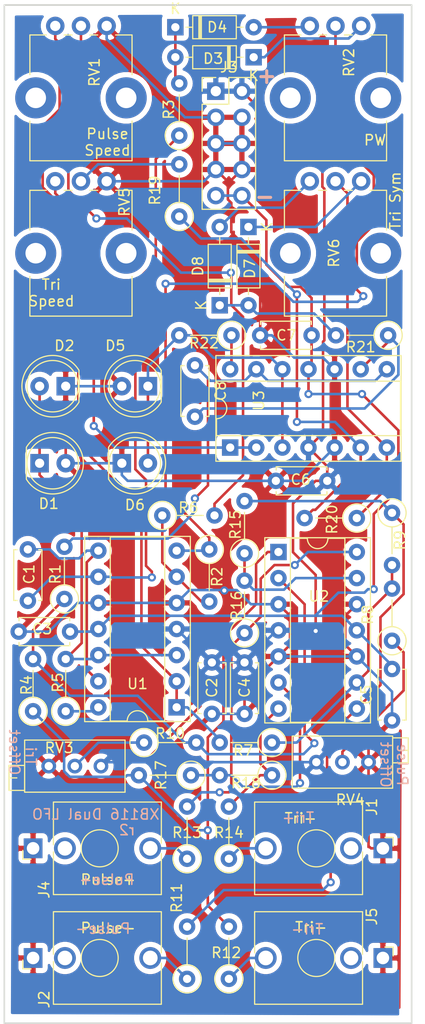
<source format=kicad_pcb>
(kicad_pcb (version 20171130) (host pcbnew "(5.1.0)-1")
  (layers (0 F.Cu signal) (31 B.Cu signal) (34 B.Paste user) (35 F.Paste user) (36 B.SilkS user) (37 F.SilkS user) (38 B.Mask user) (39 F.Mask user) (44 Edge.Cuts user))
  (net 0 "")
  (net 1 "Net-(C1-Pad2)")
  (net 2 +9V)
  (net 3 GND)
  (net 4 -9V)
  (net 5 "Net-(D1-Pad2)")
  (net 6 "Net-(D3-Pad2)")
  (net 7 "Net-(D3-Pad1)")
  (net 8 "Net-(D4-Pad2)")
  (net 9 "Net-(R2-Pad1)")
  (net 10 "Net-(R2-Pad2)")
  (net 11 "Net-(R5-Pad1)")
  (net 12 "Net-(R6-Pad2)")
  (net 13 TriRaw)
  (net 14 PulseDC_Out+)
  (net 15 TriDC_Out+)
  (net 16 "Net-(R1-Pad1)")
  (net 17 "Net-(R12-Pad2)")
  (net 18 PulseRaw)
  (net 19 "Net-(R7-Pad1)")
  (net 20 "Net-(R8-Pad1)")
  (net 21 "Net-(R11-Pad2)")
  (net 22 "Net-(R10-Pad1)")
  (net 23 TriDC_Out-)
  (net 24 PulseDC_Out-)
  (net 25 "Net-(R13-Pad2)")
  (net 26 "Net-(R14-Pad2)")
  (net 27 "Net-(R15-Pad1)")
  (net 28 "Net-(R17-Pad1)")
  (net 29 "Net-(C1-Pad1)")
  (net 30 "Net-(C8-Pad2)")
  (net 31 "Net-(D5-Pad2)")
  (net 32 "Net-(D7-Pad2)")
  (net 33 "Net-(D7-Pad1)")
  (net 34 "Net-(D8-Pad2)")
  (net 35 "Net-(R19-Pad2)")
  (net 36 "Net-(R19-Pad1)")
  (net 37 "Net-(R20-Pad1)")
  (net 38 "Net-(R22-Pad1)")
  (net 39 "Net-(RV5-Pad1)")
  (module Package_DIP:DIP-14_W7.62mm_Socket (layer F.Cu) (at 225.171 81.153 90)
    (fp_text reference U3 (at 4.572 2.794 90) (layer F.SilkS))
    (fp_text value LM324)
    (pad 14 thru_hole oval (at 7.62 0 90) (size 1.6 1.6) (drill 0.8) (layers *.Cu *.Mask) (net 38 "Net-(R22-Pad1)"))
    (pad 7 thru_hole oval (at 0 15.24 90) (size 1.6 1.6) (drill 0.8) (layers *.Cu *.Mask) (net 37 "Net-(R20-Pad1)"))
    (pad 13 thru_hole oval (at 7.62 2.54 90) (size 1.6 1.6) (drill 0.8) (layers *.Cu *.Mask) (net 13 TriRaw))
    (pad 6 thru_hole oval (at 0 12.7 90) (size 1.6 1.6) (drill 0.8) (layers *.Cu *.Mask) (net 36 "Net-(R19-Pad1)"))
    (pad 12 thru_hole oval (at 7.62 5.08 90) (size 1.6 1.6) (drill 0.8) (layers *.Cu *.Mask) (net 31 "Net-(D5-Pad2)"))
    (pad 5 thru_hole oval (at 0 10.16 90) (size 1.6 1.6) (drill 0.8) (layers *.Cu *.Mask) (net 3 GND))
    (pad 11 thru_hole oval (at 7.62 7.62 90) (size 1.6 1.6) (drill 0.8) (layers *.Cu *.Mask) (net 4 -9V))
    (pad 4 thru_hole oval (at 0 7.62 90) (size 1.6 1.6) (drill 0.8) (layers *.Cu *.Mask) (net 2 +9V))
    (pad 10 thru_hole oval (at 7.62 10.16 90) (size 1.6 1.6) (drill 0.8) (layers *.Cu *.Mask) (net 3 GND))
    (pad 3 thru_hole oval (at 0 5.08 90) (size 1.6 1.6) (drill 0.8) (layers *.Cu *.Mask) (net 31 "Net-(D5-Pad2)"))
    (pad 9 thru_hole oval (at 7.62 12.7 90) (size 1.6 1.6) (drill 0.8) (layers *.Cu *.Mask) (net 30 "Net-(C8-Pad2)"))
    (pad 2 thru_hole oval (at 0 2.54 90) (size 1.6 1.6) (drill 0.8) (layers *.Cu *.Mask) (net 39 "Net-(RV5-Pad1)"))
    (pad 8 thru_hole oval (at 7.62 15.24 90) (size 1.6 1.6) (drill 0.8) (layers *.Cu *.Mask) (net 13 TriRaw))
    (pad 1 thru_hole rect (at 0 0 90) (size 1.6 1.6) (drill 0.8) (layers *.Cu *.Mask) (net 39 "Net-(RV5-Pad1)"))
  )
  (module Potentiometer_THT:Potentiometer_Bourns_PTV09A-1_Single_Vertical (layer F.Cu) (at 232.918 55.245 270)
    (fp_text reference RV6 (at 6.985 -2.3495 270) (layer F.SilkS))
    (fp_text value 100K)
    (pad "" np_thru_hole circle (at 7 1.9 270) (size 4 4) (drill 2) (layers *.Cu *.Mask))
    (pad "" np_thru_hole circle (at 7 -6.9 270) (size 4 4) (drill 2) (layers *.Cu *.Mask))
    (pad 1 thru_hole circle (at 0 0 270) (size 1.8 1.8) (drill 1) (layers *.Cu *.Mask) (net 34 "Net-(D8-Pad2)"))
    (pad 2 thru_hole circle (at 0 -2.5 270) (size 1.8 1.8) (drill 1) (layers *.Cu *.Mask) (net 37 "Net-(R20-Pad1)"))
    (pad 3 thru_hole circle (at 0 -5 270) (size 1.8 1.8) (drill 1) (layers *.Cu *.Mask) (net 33 "Net-(D7-Pad1)"))
  )
  (module Potentiometer_THT:Potentiometer_Bourns_PTV09A-1_Single_Vertical (layer F.Cu) (at 208.153 55.245 270)
    (fp_text reference RV5 (at 2.032 -6.731 270) (layer F.SilkS))
    (fp_text value 100K)
    (pad "" np_thru_hole circle (at 7 1.9 270) (size 4 4) (drill 2) (layers *.Cu *.Mask))
    (pad "" np_thru_hole circle (at 7 -6.9 270) (size 4 4) (drill 2) (layers *.Cu *.Mask))
    (pad 1 thru_hole circle (at 0 0 270) (size 1.8 1.8) (drill 1) (layers *.Cu *.Mask) (net 39 "Net-(RV5-Pad1)"))
    (pad 2 thru_hole circle (at 0 -2.5 270) (size 1.8 1.8) (drill 1) (layers *.Cu *.Mask) (net 35 "Net-(R19-Pad2)"))
    (pad 3 thru_hole circle (at 0 -5 270) (size 1.8 1.8) (drill 1) (layers *.Cu *.Mask) (net 3 GND))
  )
  (module Resistor_THT:R_Axial_DIN0207_L6.3mm_D2.5mm_P5.08mm_Vertical (layer F.Cu) (at 225.298 70.231 180)
    (fp_text reference R22 (at 2.667 -0.762 180) (layer F.SilkS))
    (fp_text value 22K)
    (pad 2 thru_hole oval (at 5.08 0 180) (size 1.6 1.6) (drill 0.8) (layers *.Cu *.Mask) (net 31 "Net-(D5-Pad2)"))
    (pad 1 thru_hole circle (at 0 0 180) (size 1.6 1.6) (drill 0.8) (layers *.Cu *.Mask) (net 38 "Net-(R22-Pad1)"))
  )
  (module Resistor_THT:R_Axial_DIN0207_L6.3mm_D2.5mm_P5.08mm_Vertical (layer F.Cu) (at 240.538 70.231 180)
    (fp_text reference R21 (at 2.667 -1.143 180) (layer F.SilkS))
    (fp_text value 1K)
    (pad 2 thru_hole oval (at 5.08 0 180) (size 1.6 1.6) (drill 0.8) (layers *.Cu *.Mask) (net 32 "Net-(D7-Pad2)"))
    (pad 1 thru_hole circle (at 0 0 180) (size 1.6 1.6) (drill 0.8) (layers *.Cu *.Mask) (net 30 "Net-(C8-Pad2)"))
  )
  (module Resistor_THT:R_Axial_DIN0207_L6.3mm_D2.5mm_P5.08mm_Vertical (layer F.Cu) (at 237.49 88.011 180)
    (fp_text reference R20 (at 2.413 -0.127 270) (layer F.SilkS))
    (fp_text value 100k)
    (pad 2 thru_hole oval (at 5.08 0 180) (size 1.6 1.6) (drill 0.8) (layers *.Cu *.Mask) (net 36 "Net-(R19-Pad1)"))
    (pad 1 thru_hole circle (at 0 0 180) (size 1.6 1.6) (drill 0.8) (layers *.Cu *.Mask) (net 37 "Net-(R20-Pad1)"))
  )
  (module Resistor_THT:R_Axial_DIN0207_L6.3mm_D2.5mm_P5.08mm_Vertical (layer F.Cu) (at 220.218 58.674 90)
    (fp_text reference R19 (at 2.54 -2.37 90) (layer F.SilkS))
    (fp_text value 47K)
    (pad 2 thru_hole oval (at 5.08 0 90) (size 1.6 1.6) (drill 0.8) (layers *.Cu *.Mask) (net 35 "Net-(R19-Pad2)"))
    (pad 1 thru_hole circle (at 0 0 90) (size 1.6 1.6) (drill 0.8) (layers *.Cu *.Mask) (net 36 "Net-(R19-Pad1)"))
  )
  (module Diode_THT:D_DO-35_SOD27_P7.62mm_Horizontal (layer F.Cu) (at 224.155 67.31 90)
    (fp_text reference D8 (at 3.81 -2.12 90) (layer F.SilkS))
    (fp_text value 1N4148)
    (fp_text user K (at 0 -1.8 90) (layer F.SilkS))
    (pad 2 thru_hole oval (at 7.62 0 90) (size 1.6 1.6) (drill 0.8) (layers *.Cu *.Mask) (net 34 "Net-(D8-Pad2)"))
    (pad 1 thru_hole rect (at 0 0 90) (size 1.6 1.6) (drill 0.8) (layers *.Cu *.Mask) (net 32 "Net-(D7-Pad2)"))
  )
  (module Diode_THT:D_DO-35_SOD27_P7.62mm_Horizontal (layer F.Cu) (at 226.949 59.69 270)
    (fp_text reference D7 (at 4.064 -0.127 270) (layer F.SilkS))
    (fp_text value 1N4148)
    (fp_text user K (at 0 -1.8 270) (layer F.SilkS))
    (pad 2 thru_hole oval (at 7.62 0 270) (size 1.6 1.6) (drill 0.8) (layers *.Cu *.Mask) (net 32 "Net-(D7-Pad2)"))
    (pad 1 thru_hole rect (at 0 0 270) (size 1.6 1.6) (drill 0.8) (layers *.Cu *.Mask) (net 33 "Net-(D7-Pad1)"))
  )
  (module LED_THT:LED_D5.0mm (layer F.Cu) (at 217.17 75.184 180)
    (fp_text reference D6 (at 1.27 -11.557 180) (layer F.SilkS))
    (fp_text value BlueLED)
    (pad 2 thru_hole circle (at 2.54 0 180) (size 1.8 1.8) (drill 0.9) (layers *.Cu *.Mask) (net 3 GND))
    (pad 1 thru_hole rect (at 0 0 180) (size 1.8 1.8) (drill 0.9) (layers *.Cu *.Mask) (net 31 "Net-(D5-Pad2)"))
  )
  (module LED_THT:LED_D5.0mm (layer F.Cu) (at 214.63 82.677)
    (fp_text reference D5 (at -0.635 -11.43) (layer F.SilkS))
    (fp_text value BlueLED)
    (pad 2 thru_hole circle (at 2.54 0) (size 1.8 1.8) (drill 0.9) (layers *.Cu *.Mask) (net 31 "Net-(D5-Pad2)"))
    (pad 1 thru_hole rect (at 0 0) (size 1.8 1.8) (drill 0.9) (layers *.Cu *.Mask) (net 3 GND))
  )
  (module Capacitor_THT:C_Disc_D4.7mm_W2.5mm_P5.00mm (layer F.Cu) (at 221.742 73.152 270)
    (fp_text reference C8 (at 2.5 -2.5 270) (layer F.SilkS))
    (fp_text value 1uF)
    (pad 2 thru_hole circle (at 5 0 270) (size 1.6 1.6) (drill 0.8) (layers *.Cu *.Mask) (net 30 "Net-(C8-Pad2)"))
    (pad 1 thru_hole circle (at 0 0 270) (size 1.6 1.6) (drill 0.8) (layers *.Cu *.Mask) (net 13 TriRaw))
  )
  (module Capacitor_THT:C_Disc_D4.7mm_W2.5mm_P5.00mm (layer F.Cu) (at 228.092 70.231)
    (fp_text reference C7 (at 2.54 0 180) (layer F.SilkS))
    (fp_text value 100nF)
    (pad 2 thru_hole circle (at 5 0) (size 1.6 1.6) (drill 0.8) (layers *.Cu *.Mask) (net 4 -9V))
    (pad 1 thru_hole circle (at 0 0) (size 1.6 1.6) (drill 0.8) (layers *.Cu *.Mask) (net 3 GND))
  )
  (module Capacitor_THT:C_Disc_D4.7mm_W2.5mm_P5.00mm (layer F.Cu) (at 229.616 84.3915)
    (fp_text reference C6 (at 2.413 -0.127) (layer F.SilkS))
    (fp_text value 100nF)
    (pad 2 thru_hole circle (at 5 0) (size 1.6 1.6) (drill 0.8) (layers *.Cu *.Mask) (net 2 +9V))
    (pad 1 thru_hole circle (at 0 0) (size 1.6 1.6) (drill 0.8) (layers *.Cu *.Mask) (net 3 GND))
  )
  (module Resistor_THT:R_Axial_DIN0207_L6.3mm_D2.5mm_P5.08mm_Vertical (layer F.Cu) (at 229.235 113.03 180)
    (fp_text reference R18 (at 2.54 -0.762 180) (layer F.SilkS))
    (fp_text value 10k)
    (pad 2 thru_hole oval (at 5.08 0 180) (size 1.6 1.6) (drill 0.8) (layers *.Cu *.Mask) (net 28 "Net-(R17-Pad1)"))
    (pad 1 thru_hole circle (at 0 0 180) (size 1.6 1.6) (drill 0.8) (layers *.Cu *.Mask) (net 26 "Net-(R14-Pad2)"))
  )
  (module Resistor_THT:R_Axial_DIN0207_L6.3mm_D2.5mm_P5.08mm_Vertical (layer F.Cu) (at 221.361 113.03 180)
    (fp_text reference R17 (at 2.921 0 270) (layer F.SilkS))
    (fp_text value 10k)
    (pad 2 thru_hole oval (at 5.08 0 180) (size 1.6 1.6) (drill 0.8) (layers *.Cu *.Mask) (net 17 "Net-(R12-Pad2)"))
    (pad 1 thru_hole circle (at 0 0 180) (size 1.6 1.6) (drill 0.8) (layers *.Cu *.Mask) (net 28 "Net-(R17-Pad1)"))
  )
  (module Resistor_THT:R_Axial_DIN0207_L6.3mm_D2.5mm_P5.08mm_Vertical (layer F.Cu) (at 226.568 99.187 90)
    (fp_text reference R16 (at 2.667 -0.762 90) (layer F.SilkS))
    (fp_text value 10k)
    (pad 2 thru_hole oval (at 5.08 0 90) (size 1.6 1.6) (drill 0.8) (layers *.Cu *.Mask) (net 27 "Net-(R15-Pad1)"))
    (pad 1 thru_hole circle (at 0 0 90) (size 1.6 1.6) (drill 0.8) (layers *.Cu *.Mask) (net 25 "Net-(R13-Pad2)"))
  )
  (module Resistor_THT:R_Axial_DIN0207_L6.3mm_D2.5mm_P5.08mm_Vertical (layer F.Cu) (at 226.568 91.44 90)
    (fp_text reference R15 (at 2.794 -0.889 90) (layer F.SilkS))
    (fp_text value 10k)
    (pad 2 thru_hole oval (at 5.08 0 90) (size 1.6 1.6) (drill 0.8) (layers *.Cu *.Mask) (net 21 "Net-(R11-Pad2)"))
    (pad 1 thru_hole circle (at 0 0 90) (size 1.6 1.6) (drill 0.8) (layers *.Cu *.Mask) (net 27 "Net-(R15-Pad1)"))
  )
  (module Connector_Audio:Jack_3.5mm_QingPu_WQP-PJ398SM_Vertical_CircularHoles (layer F.Cu) (at 240.03 130.81 270)
    (fp_text reference J5 (at -4.03 1.08 90) (layer F.SilkS))
    (fp_text value Tri-)
    (pad T thru_hole circle (at 0 11.4 90) (size 2.13 2.13) (drill 1.43) (layers *.Cu *.Mask) (net 23 TriDC_Out-))
    (pad S thru_hole rect (at 0 0 90) (size 1.93 1.83) (drill 1.22) (layers *.Cu *.Mask) (net 3 GND))
    (pad TN thru_hole circle (at 0 3.1 90) (size 2.13 2.13) (drill 1.42) (layers *.Cu *.Mask))
  )
  (module Connector_Audio:Jack_3.5mm_QingPu_WQP-PJ398SM_Vertical_CircularHoles (layer F.Cu) (at 205.994 120.142 90)
    (fp_text reference J4 (at -4.03 1.08 270) (layer F.SilkS))
    (fp_text value Pulse+)
    (pad T thru_hole circle (at 0 11.4 270) (size 2.13 2.13) (drill 1.43) (layers *.Cu *.Mask) (net 14 PulseDC_Out+))
    (pad S thru_hole rect (at 0 0 270) (size 1.93 1.83) (drill 1.22) (layers *.Cu *.Mask) (net 3 GND))
    (pad TN thru_hole circle (at 0 3.1 270) (size 2.13 2.13) (drill 1.42) (layers *.Cu *.Mask))
  )
  (module Potentiometer_THT:Potentiometer_Bourns_3296X_Horizontal (layer F.Cu) (at 233.553 111.76 180)
    (fp_text reference RV4 (at -3.3 -3.66 180) (layer F.SilkS))
    (fp_text value 10K)
    (pad 3 thru_hole circle (at -5.08 0 180) (size 1.44 1.44) (drill 0.8) (layers *.Cu *.Mask) (net 3 GND))
    (pad 2 thru_hole circle (at -2.54 0 180) (size 1.44 1.44) (drill 0.8) (layers *.Cu *.Mask) (net 20 "Net-(R8-Pad1)"))
    (pad 1 thru_hole circle (at 0 0 180) (size 1.44 1.44) (drill 0.8) (layers *.Cu *.Mask) (net 2 +9V))
  )
  (module Potentiometer_THT:Potentiometer_Bourns_3296X_Horizontal (layer F.Cu) (at 212.598 112.141)
    (fp_text reference RV3 (at -4.064 -1.778) (layer F.SilkS))
    (fp_text value 10K)
    (pad 3 thru_hole circle (at -5.08 0) (size 1.44 1.44) (drill 0.8) (layers *.Cu *.Mask) (net 3 GND))
    (pad 2 thru_hole circle (at -2.54 0) (size 1.44 1.44) (drill 0.8) (layers *.Cu *.Mask) (net 22 "Net-(R10-Pad1)"))
    (pad 1 thru_hole circle (at 0 0) (size 1.44 1.44) (drill 0.8) (layers *.Cu *.Mask) (net 2 +9V))
  )
  (module Package_DIP:DIP-14_W7.62mm_Socket (layer F.Cu) (at 229.87 91.313)
    (fp_text reference U2 (at 3.937 4.318) (layer F.SilkS))
    (fp_text value LM324)
    (pad 14 thru_hole oval (at 7.62 0) (size 1.6 1.6) (drill 0.8) (layers *.Cu *.Mask) (net 25 "Net-(R13-Pad2)"))
    (pad 7 thru_hole oval (at 0 15.24) (size 1.6 1.6) (drill 0.8) (layers *.Cu *.Mask) (net 26 "Net-(R14-Pad2)"))
    (pad 13 thru_hole oval (at 7.62 2.54) (size 1.6 1.6) (drill 0.8) (layers *.Cu *.Mask) (net 27 "Net-(R15-Pad1)"))
    (pad 6 thru_hole oval (at 0 12.7) (size 1.6 1.6) (drill 0.8) (layers *.Cu *.Mask) (net 28 "Net-(R17-Pad1)"))
    (pad 12 thru_hole oval (at 7.62 5.08) (size 1.6 1.6) (drill 0.8) (layers *.Cu *.Mask) (net 3 GND))
    (pad 5 thru_hole oval (at 0 10.16) (size 1.6 1.6) (drill 0.8) (layers *.Cu *.Mask) (net 3 GND))
    (pad 11 thru_hole oval (at 7.62 7.62) (size 1.6 1.6) (drill 0.8) (layers *.Cu *.Mask) (net 4 -9V))
    (pad 4 thru_hole oval (at 0 7.62) (size 1.6 1.6) (drill 0.8) (layers *.Cu *.Mask) (net 2 +9V))
    (pad 10 thru_hole oval (at 7.62 10.16) (size 1.6 1.6) (drill 0.8) (layers *.Cu *.Mask) (net 3 GND))
    (pad 3 thru_hole oval (at 0 5.08) (size 1.6 1.6) (drill 0.8) (layers *.Cu *.Mask) (net 3 GND))
    (pad 9 thru_hole oval (at 7.62 12.7) (size 1.6 1.6) (drill 0.8) (layers *.Cu *.Mask) (net 19 "Net-(R7-Pad1)"))
    (pad 2 thru_hole oval (at 0 2.54) (size 1.6 1.6) (drill 0.8) (layers *.Cu *.Mask) (net 16 "Net-(R1-Pad1)"))
    (pad 8 thru_hole oval (at 7.62 15.24) (size 1.6 1.6) (drill 0.8) (layers *.Cu *.Mask) (net 21 "Net-(R11-Pad2)"))
    (pad 1 thru_hole rect (at 0 0) (size 1.6 1.6) (drill 0.8) (layers *.Cu *.Mask) (net 17 "Net-(R12-Pad2)"))
  )
  (module Package_DIP:DIP-14_W7.62mm_Socket (layer F.Cu) (at 219.964 106.426 180)
    (fp_text reference U1 (at 3.81 2.286 180) (layer F.SilkS))
    (fp_text value LM324)
    (pad 14 thru_hole oval (at 7.62 0 180) (size 1.6 1.6) (drill 0.8) (layers *.Cu *.Mask) (net 11 "Net-(R5-Pad1)"))
    (pad 7 thru_hole oval (at 0 15.24 180) (size 1.6 1.6) (drill 0.8) (layers *.Cu *.Mask) (net 9 "Net-(R2-Pad1)"))
    (pad 13 thru_hole oval (at 7.62 2.54 180) (size 1.6 1.6) (drill 0.8) (layers *.Cu *.Mask) (net 29 "Net-(C1-Pad1)"))
    (pad 6 thru_hole oval (at 0 12.7 180) (size 1.6 1.6) (drill 0.8) (layers *.Cu *.Mask) (net 10 "Net-(R2-Pad2)"))
    (pad 12 thru_hole oval (at 7.62 5.08 180) (size 1.6 1.6) (drill 0.8) (layers *.Cu *.Mask) (net 5 "Net-(D1-Pad2)"))
    (pad 5 thru_hole oval (at 0 10.16 180) (size 1.6 1.6) (drill 0.8) (layers *.Cu *.Mask) (net 3 GND))
    (pad 11 thru_hole oval (at 7.62 7.62 180) (size 1.6 1.6) (drill 0.8) (layers *.Cu *.Mask) (net 4 -9V))
    (pad 4 thru_hole oval (at 0 7.62 180) (size 1.6 1.6) (drill 0.8) (layers *.Cu *.Mask) (net 2 +9V))
    (pad 10 thru_hole oval (at 7.62 10.16 180) (size 1.6 1.6) (drill 0.8) (layers *.Cu *.Mask) (net 3 GND))
    (pad 3 thru_hole oval (at 0 5.08 180) (size 1.6 1.6) (drill 0.8) (layers *.Cu *.Mask) (net 5 "Net-(D1-Pad2)"))
    (pad 9 thru_hole oval (at 7.62 12.7 180) (size 1.6 1.6) (drill 0.8) (layers *.Cu *.Mask) (net 1 "Net-(C1-Pad2)"))
    (pad 2 thru_hole oval (at 0 2.54 180) (size 1.6 1.6) (drill 0.8) (layers *.Cu *.Mask) (net 18 PulseRaw))
    (pad 8 thru_hole oval (at 7.62 15.24 180) (size 1.6 1.6) (drill 0.8) (layers *.Cu *.Mask) (net 29 "Net-(C1-Pad1)"))
    (pad 1 thru_hole rect (at 0 0 180) (size 1.6 1.6) (drill 0.8) (layers *.Cu *.Mask) (net 18 PulseRaw))
  )
  (module Potentiometer_THT:Potentiometer_Bourns_PTV09A-1_Single_Vertical (layer F.Cu) (at 232.918 40.132 270)
    (fp_text reference RV2 (at 3.556 -3.81 270) (layer F.SilkS))
    (fp_text value 100K)
    (pad "" np_thru_hole circle (at 7 1.9 270) (size 4 4) (drill 2) (layers *.Cu *.Mask))
    (pad "" np_thru_hole circle (at 7 -6.9 270) (size 4 4) (drill 2) (layers *.Cu *.Mask))
    (pad 1 thru_hole circle (at 0 0 270) (size 1.8 1.8) (drill 1) (layers *.Cu *.Mask) (net 8 "Net-(D4-Pad2)"))
    (pad 2 thru_hole circle (at 0 -2.5 270) (size 1.8 1.8) (drill 1) (layers *.Cu *.Mask) (net 9 "Net-(R2-Pad1)"))
    (pad 3 thru_hole circle (at 0 -5 270) (size 1.8 1.8) (drill 1) (layers *.Cu *.Mask) (net 7 "Net-(D3-Pad1)"))
  )
  (module Potentiometer_THT:Potentiometer_Bourns_PTV09A-1_Single_Vertical (layer F.Cu) (at 208.153 40.132 270)
    (fp_text reference RV1 (at 4.5085 -3.81 270) (layer F.SilkS))
    (fp_text value 100K)
    (pad "" np_thru_hole circle (at 7 1.9 270) (size 4 4) (drill 2) (layers *.Cu *.Mask))
    (pad "" np_thru_hole circle (at 7 -6.9 270) (size 4 4) (drill 2) (layers *.Cu *.Mask))
    (pad 1 thru_hole circle (at 0 0 270) (size 1.8 1.8) (drill 1) (layers *.Cu *.Mask) (net 18 PulseRaw))
    (pad 2 thru_hole circle (at 0 -2.5 270) (size 1.8 1.8) (drill 1) (layers *.Cu *.Mask) (net 12 "Net-(R6-Pad2)"))
    (pad 3 thru_hole circle (at 0 -5 270) (size 1.8 1.8) (drill 1) (layers *.Cu *.Mask) (net 3 GND))
  )
  (module Resistor_THT:R_Axial_DIN0207_L6.3mm_D2.5mm_P5.08mm_Vertical (layer F.Cu) (at 225.044 121.158 90)
    (fp_text reference R14 (at 2.54 0 180) (layer F.SilkS))
    (fp_text value 1k)
    (pad 2 thru_hole oval (at 5.08 0 90) (size 1.6 1.6) (drill 0.8) (layers *.Cu *.Mask) (net 26 "Net-(R14-Pad2)"))
    (pad 1 thru_hole circle (at 0 0 90) (size 1.6 1.6) (drill 0.8) (layers *.Cu *.Mask) (net 15 TriDC_Out+))
  )
  (module Resistor_THT:R_Axial_DIN0207_L6.3mm_D2.5mm_P5.08mm_Vertical (layer F.Cu) (at 220.98 121.158 90)
    (fp_text reference R13 (at 2.54 0) (layer F.SilkS))
    (fp_text value 1k)
    (pad 2 thru_hole oval (at 5.08 0 90) (size 1.6 1.6) (drill 0.8) (layers *.Cu *.Mask) (net 25 "Net-(R13-Pad2)"))
    (pad 1 thru_hole circle (at 0 0 90) (size 1.6 1.6) (drill 0.8) (layers *.Cu *.Mask) (net 14 PulseDC_Out+))
  )
  (module Resistor_THT:R_Axial_DIN0207_L6.3mm_D2.5mm_P5.08mm_Vertical (layer F.Cu) (at 225.044 132.842 90)
    (fp_text reference R12 (at 2.54 -0.254) (layer F.SilkS))
    (fp_text value 1k)
    (pad 2 thru_hole oval (at 5.08 0 90) (size 1.6 1.6) (drill 0.8) (layers *.Cu *.Mask) (net 17 "Net-(R12-Pad2)"))
    (pad 1 thru_hole circle (at 0 0 90) (size 1.6 1.6) (drill 0.8) (layers *.Cu *.Mask) (net 23 TriDC_Out-))
  )
  (module Resistor_THT:R_Axial_DIN0207_L6.3mm_D2.5mm_P5.08mm_Vertical (layer F.Cu) (at 220.98 132.842 90)
    (fp_text reference R11 (at 7.874 -1.016 90) (layer F.SilkS))
    (fp_text value 1k)
    (pad 2 thru_hole oval (at 5.08 0 90) (size 1.6 1.6) (drill 0.8) (layers *.Cu *.Mask) (net 21 "Net-(R11-Pad2)"))
    (pad 1 thru_hole circle (at 0 0 90) (size 1.6 1.6) (drill 0.8) (layers *.Cu *.Mask) (net 24 PulseDC_Out-))
  )
  (module Resistor_THT:R_Axial_DIN0207_L6.3mm_D2.5mm_P5.08mm_Vertical (layer F.Cu) (at 216.789 109.855)
    (fp_text reference R10 (at 2.54 -0.889) (layer F.SilkS))
    (fp_text value 10k)
    (pad 2 thru_hole oval (at 5.08 0) (size 1.6 1.6) (drill 0.8) (layers *.Cu *.Mask) (net 16 "Net-(R1-Pad1)"))
    (pad 1 thru_hole circle (at 0 0) (size 1.6 1.6) (drill 0.8) (layers *.Cu *.Mask) (net 22 "Net-(R10-Pad1)"))
  )
  (module Resistor_THT:R_Axial_DIN0207_L6.3mm_D2.5mm_P5.08mm_Vertical (layer F.Cu) (at 240.919 87.503 270)
    (fp_text reference R9 (at 2.667 -0.762 270) (layer F.SilkS))
    (fp_text value 10k)
    (pad 2 thru_hole oval (at 5.08 0 270) (size 1.6 1.6) (drill 0.8) (layers *.Cu *.Mask) (net 19 "Net-(R7-Pad1)"))
    (pad 1 thru_hole circle (at 0 0 270) (size 1.6 1.6) (drill 0.8) (layers *.Cu *.Mask) (net 21 "Net-(R11-Pad2)"))
  )
  (module Resistor_THT:R_Axial_DIN0207_L6.3mm_D2.5mm_P5.08mm_Vertical (layer F.Cu) (at 240.919 99.949 90)
    (fp_text reference R8 (at 2.54 -2.37 90) (layer F.SilkS))
    (fp_text value 10k)
    (pad 2 thru_hole oval (at 5.08 0 90) (size 1.6 1.6) (drill 0.8) (layers *.Cu *.Mask) (net 19 "Net-(R7-Pad1)"))
    (pad 1 thru_hole circle (at 0 0 90) (size 1.6 1.6) (drill 0.8) (layers *.Cu *.Mask) (net 20 "Net-(R8-Pad1)"))
  )
  (module Resistor_THT:R_Axial_DIN0207_L6.3mm_D2.5mm_P5.08mm_Vertical (layer F.Cu) (at 229.235 109.855 180)
    (fp_text reference R7 (at 2.794 -0.762 180) (layer F.SilkS))
    (fp_text value 10k)
    (pad 2 thru_hole oval (at 5.08 0 180) (size 1.6 1.6) (drill 0.8) (layers *.Cu *.Mask) (net 18 PulseRaw))
    (pad 1 thru_hole circle (at 0 0 180) (size 1.6 1.6) (drill 0.8) (layers *.Cu *.Mask) (net 19 "Net-(R7-Pad1)"))
  )
  (module Resistor_THT:R_Axial_DIN0207_L6.3mm_D2.5mm_P5.08mm_Vertical (layer F.Cu) (at 218.567 87.757)
    (fp_text reference R6 (at 2.54 -0.762) (layer F.SilkS))
    (fp_text value 47K)
    (pad 2 thru_hole oval (at 5.08 0) (size 1.6 1.6) (drill 0.8) (layers *.Cu *.Mask) (net 12 "Net-(R6-Pad2)"))
    (pad 1 thru_hole circle (at 0 0) (size 1.6 1.6) (drill 0.8) (layers *.Cu *.Mask) (net 10 "Net-(R2-Pad2)"))
  )
  (module Resistor_THT:R_Axial_DIN0207_L6.3mm_D2.5mm_P5.08mm_Vertical (layer F.Cu) (at 209.169 106.807 90)
    (fp_text reference R5 (at 2.794 -0.762 90) (layer F.SilkS))
    (fp_text value 22K)
    (pad 2 thru_hole oval (at 5.08 0 90) (size 1.6 1.6) (drill 0.8) (layers *.Cu *.Mask) (net 5 "Net-(D1-Pad2)"))
    (pad 1 thru_hole circle (at 0 0 90) (size 1.6 1.6) (drill 0.8) (layers *.Cu *.Mask) (net 11 "Net-(R5-Pad1)"))
  )
  (module Resistor_THT:R_Axial_DIN0207_L6.3mm_D2.5mm_P5.08mm_Vertical (layer F.Cu) (at 205.994 106.807 90)
    (fp_text reference R4 (at 2.54 -0.635 90) (layer F.SilkS))
    (fp_text value 10k)
    (pad 2 thru_hole oval (at 5.08 0 90) (size 1.6 1.6) (drill 0.8) (layers *.Cu *.Mask) (net 16 "Net-(R1-Pad1)"))
    (pad 1 thru_hole circle (at 0 0 90) (size 1.6 1.6) (drill 0.8) (layers *.Cu *.Mask) (net 17 "Net-(R12-Pad2)"))
  )
  (module Resistor_THT:R_Axial_DIN0207_L6.3mm_D2.5mm_P5.08mm_Vertical (layer F.Cu) (at 220.218 50.8 90)
    (fp_text reference R3 (at 2.54 -1.016 90) (layer F.SilkS))
    (fp_text value 1K)
    (pad 2 thru_hole oval (at 5.08 0 90) (size 1.6 1.6) (drill 0.8) (layers *.Cu *.Mask) (net 6 "Net-(D3-Pad2)"))
    (pad 1 thru_hole circle (at 0 0 90) (size 1.6 1.6) (drill 0.8) (layers *.Cu *.Mask) (net 1 "Net-(C1-Pad2)"))
  )
  (module Resistor_THT:R_Axial_DIN0207_L6.3mm_D2.5mm_P5.08mm_Vertical (layer F.Cu) (at 223.139 91.059 270)
    (fp_text reference R2 (at 2.667 -0.762 270) (layer F.SilkS))
    (fp_text value 100k)
    (pad 2 thru_hole oval (at 5.08 0 270) (size 1.6 1.6) (drill 0.8) (layers *.Cu *.Mask) (net 10 "Net-(R2-Pad2)"))
    (pad 1 thru_hole circle (at 0 0 270) (size 1.6 1.6) (drill 0.8) (layers *.Cu *.Mask) (net 9 "Net-(R2-Pad1)"))
  )
  (module Resistor_THT:R_Axial_DIN0207_L6.3mm_D2.5mm_P5.08mm_Vertical (layer F.Cu) (at 209.042 95.885 90)
    (fp_text reference R1 (at 2.413 -0.889 90) (layer F.SilkS))
    (fp_text value 10k)
    (pad 2 thru_hole oval (at 5.08 0 90) (size 1.6 1.6) (drill 0.8) (layers *.Cu *.Mask) (net 13 TriRaw))
    (pad 1 thru_hole circle (at 0 0 90) (size 1.6 1.6) (drill 0.8) (layers *.Cu *.Mask) (net 16 "Net-(R1-Pad1)"))
  )
  (module Connector_PinHeader_2.54mm:PinHeader_2x05_P2.54mm_Vertical (layer F.Cu) (at 223.774 46.482)
    (fp_text reference J3 (at 1.27 -2.33) (layer F.SilkS))
    (fp_text value Power)
    (pad 10 thru_hole oval (at 2.54 10.16) (size 1.7 1.7) (drill 1) (layers *.Cu *.Mask) (net 4 -9V))
    (pad 9 thru_hole oval (at 0 10.16) (size 1.7 1.7) (drill 1) (layers *.Cu *.Mask) (net 4 -9V))
    (pad 8 thru_hole oval (at 2.54 7.62) (size 1.7 1.7) (drill 1) (layers *.Cu *.Mask) (net 3 GND))
    (pad 7 thru_hole oval (at 0 7.62) (size 1.7 1.7) (drill 1) (layers *.Cu *.Mask) (net 3 GND))
    (pad 6 thru_hole oval (at 2.54 5.08) (size 1.7 1.7) (drill 1) (layers *.Cu *.Mask) (net 3 GND))
    (pad 5 thru_hole oval (at 0 5.08) (size 1.7 1.7) (drill 1) (layers *.Cu *.Mask) (net 3 GND))
    (pad 4 thru_hole oval (at 2.54 2.54) (size 1.7 1.7) (drill 1) (layers *.Cu *.Mask) (net 3 GND))
    (pad 3 thru_hole oval (at 0 2.54) (size 1.7 1.7) (drill 1) (layers *.Cu *.Mask) (net 3 GND))
    (pad 2 thru_hole oval (at 2.54 0) (size 1.7 1.7) (drill 1) (layers *.Cu *.Mask) (net 2 +9V))
    (pad 1 thru_hole rect (at 0 0) (size 1.7 1.7) (drill 1) (layers *.Cu *.Mask) (net 2 +9V))
  )
  (module Connector_Audio:Jack_3.5mm_QingPu_WQP-PJ398SM_Vertical_CircularHoles (layer F.Cu) (at 205.994 130.81 90)
    (fp_text reference J2 (at -4.03 1.08 -90) (layer F.SilkS))
    (fp_text value Pulse-)
    (pad T thru_hole circle (at 0 11.4 270) (size 2.13 2.13) (drill 1.43) (layers *.Cu *.Mask) (net 24 PulseDC_Out-))
    (pad S thru_hole rect (at 0 0 270) (size 1.93 1.83) (drill 1.22) (layers *.Cu *.Mask) (net 3 GND))
    (pad TN thru_hole circle (at 0 3.1 270) (size 2.13 2.13) (drill 1.42) (layers *.Cu *.Mask))
  )
  (module Connector_Audio:Jack_3.5mm_QingPu_WQP-PJ398SM_Vertical_CircularHoles (layer F.Cu) (at 240.03 120.142 270)
    (fp_text reference J1 (at -4.03 1.08 90) (layer F.SilkS))
    (fp_text value Tri+)
    (pad T thru_hole circle (at 0 11.4 90) (size 2.13 2.13) (drill 1.43) (layers *.Cu *.Mask) (net 15 TriDC_Out+))
    (pad S thru_hole rect (at 0 0 90) (size 1.93 1.83) (drill 1.22) (layers *.Cu *.Mask) (net 3 GND))
    (pad TN thru_hole circle (at 0 3.1 90) (size 2.13 2.13) (drill 1.42) (layers *.Cu *.Mask))
  )
  (module Diode_THT:D_DO-35_SOD27_P7.62mm_Horizontal (layer F.Cu) (at 219.837 40.259)
    (fp_text reference D4 (at 4.064 0) (layer F.SilkS))
    (fp_text value 1N4148)
    (fp_text user K (at 0 -1.8) (layer F.SilkS))
    (pad 2 thru_hole oval (at 7.62 0) (size 1.6 1.6) (drill 0.8) (layers *.Cu *.Mask) (net 8 "Net-(D4-Pad2)"))
    (pad 1 thru_hole rect (at 0 0) (size 1.6 1.6) (drill 0.8) (layers *.Cu *.Mask) (net 6 "Net-(D3-Pad2)"))
  )
  (module Diode_THT:D_DO-35_SOD27_P7.62mm_Horizontal (layer F.Cu) (at 227.457 43.18 180)
    (fp_text reference D3 (at 3.937 -0.127 180) (layer F.SilkS))
    (fp_text value 1N4148)
    (fp_text user K (at 0 -1.8 180) (layer F.SilkS))
    (pad 2 thru_hole oval (at 7.62 0 180) (size 1.6 1.6) (drill 0.8) (layers *.Cu *.Mask) (net 6 "Net-(D3-Pad2)"))
    (pad 1 thru_hole rect (at 0 0 180) (size 1.6 1.6) (drill 0.8) (layers *.Cu *.Mask) (net 7 "Net-(D3-Pad1)"))
  )
  (module LED_THT:LED_D5.0mm (layer F.Cu) (at 206.629 82.677)
    (fp_text reference D2 (at 2.413 -11.43) (layer F.SilkS))
    (fp_text value BlueLED)
    (pad 2 thru_hole circle (at 2.54 0) (size 1.8 1.8) (drill 0.9) (layers *.Cu *.Mask) (net 3 GND))
    (pad 1 thru_hole rect (at 0 0) (size 1.8 1.8) (drill 0.9) (layers *.Cu *.Mask) (net 5 "Net-(D1-Pad2)"))
  )
  (module LED_THT:LED_D5.0mm (layer F.Cu) (at 209.169 75.184 180)
    (fp_text reference D1 (at 1.651 -11.43 180) (layer F.SilkS))
    (fp_text value BlueLED)
    (pad 2 thru_hole circle (at 2.54 0 180) (size 1.8 1.8) (drill 0.9) (layers *.Cu *.Mask) (net 5 "Net-(D1-Pad2)"))
    (pad 1 thru_hole rect (at 0 0 180) (size 1.8 1.8) (drill 0.9) (layers *.Cu *.Mask) (net 3 GND))
  )
  (module Capacitor_THT:C_Disc_D4.7mm_W2.5mm_P5.00mm (layer F.Cu) (at 240.919 107.696 90)
    (fp_text reference C5 (at 2.5 -2.5 90) (layer F.SilkS))
    (fp_text value 100nF)
    (pad 2 thru_hole circle (at 5 0 90) (size 1.6 1.6) (drill 0.8) (layers *.Cu *.Mask) (net 4 -9V))
    (pad 1 thru_hole circle (at 0 0 90) (size 1.6 1.6) (drill 0.8) (layers *.Cu *.Mask) (net 3 GND))
  )
  (module Capacitor_THT:C_Disc_D4.7mm_W2.5mm_P5.00mm (layer F.Cu) (at 226.568 107.061 90)
    (fp_text reference C4 (at 2.54 0 90) (layer F.SilkS))
    (fp_text value 100nF)
    (pad 2 thru_hole circle (at 5 0 90) (size 1.6 1.6) (drill 0.8) (layers *.Cu *.Mask) (net 2 +9V))
    (pad 1 thru_hole circle (at 0 0 90) (size 1.6 1.6) (drill 0.8) (layers *.Cu *.Mask) (net 3 GND))
  )
  (module Capacitor_THT:C_Disc_D4.7mm_W2.5mm_P5.00mm (layer F.Cu) (at 204.597 99.06)
    (fp_text reference C3 (at 2.286 -0.254) (layer F.SilkS))
    (fp_text value 100nF)
    (pad 2 thru_hole circle (at 5 0) (size 1.6 1.6) (drill 0.8) (layers *.Cu *.Mask) (net 4 -9V))
    (pad 1 thru_hole circle (at 0 0) (size 1.6 1.6) (drill 0.8) (layers *.Cu *.Mask) (net 3 GND))
  )
  (module Capacitor_THT:C_Disc_D4.7mm_W2.5mm_P5.00mm (layer F.Cu) (at 223.393 107.061 90)
    (fp_text reference C2 (at 2.54 0 90) (layer F.SilkS))
    (fp_text value 100nF)
    (pad 2 thru_hole circle (at 5 0 90) (size 1.6 1.6) (drill 0.8) (layers *.Cu *.Mask) (net 2 +9V))
    (pad 1 thru_hole circle (at 0 0 90) (size 1.6 1.6) (drill 0.8) (layers *.Cu *.Mask) (net 3 GND))
  )
  (module Capacitor_THT:C_Disc_D4.7mm_W2.5mm_P5.00mm (layer F.Cu) (at 205.486 91.059 270)
    (fp_text reference C1 (at 2.413 -0.127 270) (layer F.SilkS))
    (fp_text value 1uF)
    (pad 2 thru_hole circle (at 5 0 270) (size 1.6 1.6) (drill 0.8) (layers *.Cu *.Mask) (net 1 "Net-(C1-Pad2)"))
    (pad 1 thru_hole circle (at 0 0 270) (size 1.6 1.6) (drill 0.8) (layers *.Cu *.Mask) (net 29 "Net-(C1-Pad1)"))
  )
  (gr_text r2 (at 215.138 118.364) (layer B.SilkS) (effects (font (size 1 1)) (justify mirror)))
  (gr_text "XB116 Dual LFO" (at 212.09 116.84) (layer B.SilkS) (effects (font (size 1 1)) (justify mirror)))
  (gr_text Pulse- (at 213.2965 127.889) (layer F.SilkS) (effects (font (size 1 1))))
  (gr_text Pulse+ (at 213.2965 123.19) (layer F.SilkS) (effects (font (size 1 1))))
  (gr_text Tri- (at 233.045 127.8255) (layer F.SilkS) (effects (font (size 1 1))))
  (gr_text Tri+ (at 232.029 117.221) (layer F.SilkS) (effects (font (size 1 1))))
  (gr_text Tri+ (at 231.775 117.1575) (layer B.SilkS) (effects (font (size 1 1)) (justify mirror)))
  (gr_text Tri- (at 232.664 128.016) (layer B.SilkS) (effects (font (size 1 1)) (justify mirror)))
  (gr_text Pulse- (at 212.7885 127.9525) (layer B.SilkS) (effects (font (size 1 1)) (justify mirror)))
  (gr_text Pulse+ (at 213.1695 123.19) (layer B.SilkS) (effects (font (size 1 1)) (justify mirror)))
  (gr_text "Pulse\nOffset" (at 241.1095 112.014 270) (layer B.SilkS) (effects (font (size 1 1)) (justify mirror)))
  (gr_text "Tri \nOffset" (at 204.978 110.8075 270) (layer B.SilkS) (effects (font (size 1 1)) (justify mirror)))
  (gr_text "Pulse\nSpeed" (at 213.233 51.435) (layer F.SilkS) (effects (font (size 1 1))))
  (gr_text "Tri\nSpeed" (at 207.772 66.1035) (layer F.SilkS) (effects (font (size 1 1))))
  (gr_text PW (at 239.268 51.2445) (layer F.SilkS) (effects (font (size 1 1))))
  (gr_text "Tri Sym" (at 241.2365 57.15 90) (layer F.SilkS) (effects (font (size 1 1))))
  (gr_text + (at 228.727 44.958) (layer B.SilkS) (effects (font (size 1.5 1.5) (thickness 0.3)) (justify mirror)))
  (gr_text - (at 228.5365 56.7055) (layer B.SilkS) (effects (font (size 1.5 1.5) (thickness 0.3)) (justify mirror)))
  (gr_line (start 203.2 137.16) (end 242.824 137.16) (layer Edge.Cuts) (width 0.15))
  (gr_line (start 203.2 38.1) (end 203.2 137.16) (layer Edge.Cuts) (width 0.15))
  (gr_line (start 242.824 38.1) (end 203.2 38.1) (layer Edge.Cuts) (width 0.15))
  (gr_line (start 242.824 38.1) (end 242.824 137.16) (layer Edge.Cuts) (width 0.15))
  (segment (start 207.819 93.726) (end 212.344 93.726) (width 0.25) (layer B.Cu) (net 1))
  (segment (start 205.486 96.059) (end 207.819 93.726) (width 0.25) (layer B.Cu) (net 1))
  (segment (start 213.47537 93.726) (end 213.53887 93.7895) (width 0.25) (layer B.Cu) (net 1))
  (segment (start 212.344 93.726) (end 213.47537 93.726) (width 0.25) (layer B.Cu) (net 1))
  (segment (start 213.53887 93.7895) (end 217.551 93.7895) (width 0.25) (layer B.Cu) (net 1))
  (segment (start 217.551 93.7895) (end 217.551 93.7895) (width 0.25) (layer B.Cu) (net 1))
  (via (at 217.551 93.7895) (size 0.8) (drill 0.4) (layers F.Cu B.Cu) (net 1))
  (segment (start 215.944999 83.265001) (end 215.944999 65.042501) (width 0.25) (layer F.Cu) (net 1))
  (segment (start 216.98501 84.305012) (end 215.944999 83.265001) (width 0.25) (layer F.Cu) (net 1))
  (segment (start 216.98501 92.657825) (end 216.98501 84.305012) (width 0.25) (layer F.Cu) (net 1))
  (segment (start 217.551 93.7895) (end 217.551 93.223815) (width 0.25) (layer F.Cu) (net 1))
  (segment (start 217.551 93.223815) (end 216.98501 92.657825) (width 0.25) (layer F.Cu) (net 1))
  (segment (start 215.944999 65.042501) (end 217.932 63.0555) (width 0.25) (layer F.Cu) (net 1))
  (segment (start 217.932 53.086) (end 220.218 50.8) (width 0.25) (layer F.Cu) (net 1))
  (segment (start 217.932 63.0555) (end 217.932 53.086) (width 0.25) (layer F.Cu) (net 1))
  (segment (start 234.616 82.978) (end 234.616 84.3915) (width 0.25) (layer F.Cu) (net 2))
  (segment (start 232.791 81.153) (end 234.616 82.978) (width 0.25) (layer F.Cu) (net 2))
  (segment (start 227.163999 47.331999) (end 226.314 46.482) (width 0.25) (layer F.Cu) (net 2))
  (segment (start 234.143001 54.311001) (end 227.163999 47.331999) (width 0.25) (layer F.Cu) (net 2))
  (segment (start 234.143001 55.783003) (end 234.143001 54.311001) (width 0.25) (layer F.Cu) (net 2))
  (segment (start 234.332999 55.973001) (end 234.143001 55.783003) (width 0.25) (layer F.Cu) (net 2))
  (segment (start 234.332999 70.721001) (end 234.332999 55.973001) (width 0.25) (layer F.Cu) (net 2))
  (segment (start 234.205999 70.848001) (end 234.332999 70.721001) (width 0.25) (layer F.Cu) (net 2))
  (segment (start 234.205999 79.738001) (end 234.205999 70.848001) (width 0.25) (layer F.Cu) (net 2))
  (segment (start 232.791 81.153) (end 234.205999 79.738001) (width 0.25) (layer F.Cu) (net 2))
  (segment (start 224.52437 102.061) (end 226.568 102.061) (width 0.25) (layer B.Cu) (net 2))
  (segment (start 223.393 102.061) (end 224.52437 102.061) (width 0.25) (layer B.Cu) (net 2))
  (segment (start 229.696 98.933) (end 229.87 98.933) (width 0.25) (layer B.Cu) (net 2))
  (segment (start 226.568 102.061) (end 229.696 98.933) (width 0.25) (layer B.Cu) (net 2))
  (segment (start 223.219 102.061) (end 223.393 102.061) (width 0.25) (layer B.Cu) (net 2))
  (segment (start 219.964 98.806) (end 223.219 102.061) (width 0.25) (layer B.Cu) (net 2))
  (segment (start 213.317999 111.421001) (end 212.598 112.141) (width 0.25) (layer F.Cu) (net 2))
  (segment (start 217.154001 111.421001) (end 213.317999 111.421001) (width 0.25) (layer F.Cu) (net 2))
  (segment (start 222.267999 106.307003) (end 217.154001 111.421001) (width 0.25) (layer F.Cu) (net 2))
  (segment (start 222.267999 103.186001) (end 222.267999 106.307003) (width 0.25) (layer F.Cu) (net 2))
  (segment (start 223.393 102.061) (end 222.267999 103.186001) (width 0.25) (layer F.Cu) (net 2))
  (segment (start 212.979 111.76) (end 212.598 112.141) (width 0.25) (layer B.Cu) (net 2))
  (segment (start 233.553 111.76) (end 212.979 111.76) (width 0.25) (layer B.Cu) (net 2))
  (segment (start 231.284999 91.337497) (end 233.4895 93.541998) (width 0.25) (layer F.Cu) (net 2))
  (segment (start 231.284999 86.591131) (end 231.284999 91.337497) (width 0.25) (layer F.Cu) (net 2))
  (segment (start 234.616 84.3915) (end 233.48463 84.3915) (width 0.25) (layer F.Cu) (net 2))
  (segment (start 233.48463 84.3915) (end 231.284999 86.591131) (width 0.25) (layer F.Cu) (net 2))
  (segment (start 233.4895 93.541998) (end 233.4895 98.9965) (width 0.25) (layer F.Cu) (net 2))
  (segment (start 233.4895 98.9965) (end 233.4895 98.9965) (width 0.25) (layer F.Cu) (net 2))
  (via (at 233.4895 98.9965) (size 0.8) (drill 0.4) (layers F.Cu B.Cu) (net 2))
  (segment (start 233.426 98.933) (end 233.4895 98.9965) (width 0.25) (layer B.Cu) (net 2))
  (segment (start 229.87 98.933) (end 233.426 98.933) (width 0.25) (layer B.Cu) (net 2))
  (segment (start 223.774 46.482) (end 226.314 46.482) (width 0.25) (layer B.Cu) (net 2))
  (segment (start 205.994 120.142) (end 205.994 130.81) (width 0.25) (layer F.Cu) (net 3))
  (segment (start 240.03 130.81) (end 240.03 120.142) (width 0.25) (layer F.Cu) (net 3))
  (segment (start 235.331 73.533) (end 235.331 81.153) (width 0.25) (layer F.Cu) (net 3))
  (segment (start 234.531001 72.733001) (end 235.331 73.533) (width 0.25) (layer B.Cu) (net 3))
  (segment (start 234.205999 72.407999) (end 234.531001 72.733001) (width 0.25) (layer B.Cu) (net 3))
  (segment (start 231.400369 72.407999) (end 234.205999 72.407999) (width 0.25) (layer B.Cu) (net 3))
  (segment (start 229.22337 70.231) (end 231.400369 72.407999) (width 0.25) (layer B.Cu) (net 3))
  (segment (start 228.092 70.231) (end 229.22337 70.231) (width 0.25) (layer B.Cu) (net 3))
  (segment (start 209.169 82.677) (end 209.169 75.184) (width 0.25) (layer F.Cu) (net 3))
  (segment (start 211.21263 96.266) (end 212.344 96.266) (width 0.25) (layer B.Cu) (net 3))
  (segment (start 210.326002 96.266) (end 211.21263 96.266) (width 0.25) (layer B.Cu) (net 3))
  (segment (start 207.532002 99.06) (end 210.326002 96.266) (width 0.25) (layer B.Cu) (net 3))
  (segment (start 204.597 99.06) (end 207.532002 99.06) (width 0.25) (layer B.Cu) (net 3))
  (segment (start 213.47537 96.266) (end 219.964 96.266) (width 0.25) (layer B.Cu) (net 3))
  (segment (start 212.344 96.266) (end 213.47537 96.266) (width 0.25) (layer B.Cu) (net 3))
  (segment (start 236.690001 100.673001) (end 237.49 101.473) (width 0.25) (layer F.Cu) (net 3))
  (segment (start 236.364999 100.347999) (end 236.690001 100.673001) (width 0.25) (layer F.Cu) (net 3))
  (segment (start 236.364999 97.518001) (end 236.364999 100.347999) (width 0.25) (layer F.Cu) (net 3))
  (segment (start 237.49 96.393) (end 236.364999 97.518001) (width 0.25) (layer F.Cu) (net 3))
  (segment (start 230.669999 97.192999) (end 229.87 96.393) (width 0.25) (layer F.Cu) (net 3))
  (segment (start 230.995001 97.518001) (end 230.669999 97.192999) (width 0.25) (layer F.Cu) (net 3))
  (segment (start 230.995001 100.347999) (end 230.995001 97.518001) (width 0.25) (layer F.Cu) (net 3))
  (segment (start 229.87 101.473) (end 230.995001 100.347999) (width 0.25) (layer F.Cu) (net 3))
  (segment (start 229.87 101.473) (end 237.49 101.473) (width 0.25) (layer B.Cu) (net 3))
  (segment (start 240.919 104.902) (end 240.919 107.696) (width 0.25) (layer B.Cu) (net 3))
  (segment (start 237.49 101.473) (end 240.919 104.902) (width 0.25) (layer B.Cu) (net 3))
  (segment (start 226.568 104.775) (end 226.568 107.061) (width 0.25) (layer F.Cu) (net 3))
  (segment (start 229.87 101.473) (end 226.568 104.775) (width 0.25) (layer F.Cu) (net 3))
  (segment (start 224.52437 107.061) (end 226.568 107.061) (width 0.25) (layer B.Cu) (net 3))
  (segment (start 223.393 107.061) (end 224.52437 107.061) (width 0.25) (layer B.Cu) (net 3))
  (segment (start 238.633 109.982) (end 238.633 111.76) (width 0.25) (layer F.Cu) (net 3))
  (segment (start 240.919 107.696) (end 238.633 109.982) (width 0.25) (layer F.Cu) (net 3))
  (segment (start 238.865 120.142) (end 240.03 120.142) (width 0.25) (layer F.Cu) (net 3))
  (segment (start 238.633 119.91) (end 238.865 120.142) (width 0.25) (layer F.Cu) (net 3))
  (segment (start 238.633 111.76) (end 238.633 119.91) (width 0.25) (layer F.Cu) (net 3))
  (segment (start 205.994 113.665) (end 207.518 112.141) (width 0.25) (layer F.Cu) (net 3))
  (segment (start 205.994 120.142) (end 205.994 113.665) (width 0.25) (layer F.Cu) (net 3))
  (segment (start 228.73863 96.393) (end 229.87 96.393) (width 0.25) (layer B.Cu) (net 3))
  (segment (start 227.188998 96.393) (end 228.73863 96.393) (width 0.25) (layer B.Cu) (net 3))
  (segment (start 225.809997 95.013999) (end 227.188998 96.393) (width 0.25) (layer B.Cu) (net 3))
  (segment (start 221.216001 95.013999) (end 225.809997 95.013999) (width 0.25) (layer B.Cu) (net 3))
  (segment (start 219.964 96.266) (end 221.216001 95.013999) (width 0.25) (layer B.Cu) (net 3))
  (segment (start 232.0925 84.3915) (end 229.616 84.3915) (width 0.25) (layer B.Cu) (net 3))
  (segment (start 235.331 81.153) (end 232.0925 84.3915) (width 0.25) (layer B.Cu) (net 3))
  (segment (start 228.816001 87.526997) (end 224.5995 91.743498) (width 0.25) (layer F.Cu) (net 3))
  (segment (start 229.616 84.3915) (end 228.816001 85.191499) (width 0.25) (layer F.Cu) (net 3))
  (segment (start 228.816001 85.191499) (end 228.816001 87.526997) (width 0.25) (layer F.Cu) (net 3))
  (segment (start 224.5995 95.0595) (end 224.5995 95.0595) (width 0.25) (layer F.Cu) (net 3))
  (via (at 224.5995 95.0595) (size 0.8) (drill 0.4) (layers F.Cu B.Cu) (net 3))
  (segment (start 224.5995 91.743498) (end 224.5995 95.0595) (width 0.25) (layer F.Cu) (net 3))
  (segment (start 209.169 82.677) (end 214.63 82.677) (width 0.25) (layer B.Cu) (net 3))
  (segment (start 210.319 75.184) (end 214.63 75.184) (width 0.25) (layer B.Cu) (net 3))
  (segment (start 209.169 75.184) (end 210.319 75.184) (width 0.25) (layer B.Cu) (net 3))
  (segment (start 224.623999 54.951999) (end 223.774 54.102) (width 0.25) (layer F.Cu) (net 3))
  (segment (start 224.949001 57.016003) (end 224.949001 55.277001) (width 0.25) (layer F.Cu) (net 3))
  (segment (start 224.949001 55.277001) (end 224.623999 54.951999) (width 0.25) (layer F.Cu) (net 3))
  (segment (start 225.280001 57.347003) (end 224.949001 57.016003) (width 0.25) (layer F.Cu) (net 3))
  (segment (start 225.280001 60.206003) (end 225.280001 57.347003) (width 0.25) (layer F.Cu) (net 3))
  (segment (start 228.092 63.018002) (end 225.280001 60.206003) (width 0.25) (layer F.Cu) (net 3))
  (segment (start 228.092 70.231) (end 228.092 63.018002) (width 0.25) (layer F.Cu) (net 3))
  (segment (start 223.774 52.899919) (end 223.774 51.562) (width 0.25) (layer F.Cu) (net 3))
  (segment (start 223.774 54.102) (end 223.774 52.899919) (width 0.25) (layer F.Cu) (net 3))
  (segment (start 226.314 50.224081) (end 226.314 51.562) (width 0.25) (layer F.Cu) (net 3))
  (segment (start 226.314 49.022) (end 226.314 50.224081) (width 0.25) (layer F.Cu) (net 3))
  (segment (start 223.774 50.224081) (end 223.774 51.562) (width 0.25) (layer F.Cu) (net 3))
  (segment (start 223.774 49.022) (end 223.774 50.224081) (width 0.25) (layer F.Cu) (net 3))
  (segment (start 226.314 54.102) (end 226.314 51.562) (width 0.25) (layer F.Cu) (net 3))
  (segment (start 225.138999 55.277001) (end 226.314 54.102) (width 0.25) (layer F.Cu) (net 3))
  (segment (start 224.949001 55.277001) (end 225.138999 55.277001) (width 0.25) (layer F.Cu) (net 3))
  (segment (start 224.976081 51.562) (end 226.314 51.562) (width 0.25) (layer B.Cu) (net 3))
  (segment (start 223.774 51.562) (end 224.976081 51.562) (width 0.25) (layer B.Cu) (net 3))
  (segment (start 222.631 55.245) (end 223.774 54.102) (width 0.25) (layer B.Cu) (net 3))
  (segment (start 213.153 55.245) (end 222.631 55.245) (width 0.25) (layer B.Cu) (net 3))
  (segment (start 222.571919 49.022) (end 223.774 49.022) (width 0.25) (layer B.Cu) (net 3))
  (segment (start 220.770208 49.022) (end 222.571919 49.022) (width 0.25) (layer B.Cu) (net 3))
  (segment (start 213.153 41.404792) (end 220.770208 49.022) (width 0.25) (layer B.Cu) (net 3))
  (segment (start 213.153 40.132) (end 213.153 41.404792) (width 0.25) (layer B.Cu) (net 3))
  (segment (start 228.48463 84.3915) (end 229.616 84.3915) (width 0.25) (layer B.Cu) (net 3))
  (segment (start 215.1945 84.3915) (end 228.48463 84.3915) (width 0.25) (layer B.Cu) (net 3))
  (segment (start 214.63 83.827) (end 215.1945 84.3915) (width 0.25) (layer B.Cu) (net 3))
  (segment (start 214.63 82.677) (end 214.63 83.827) (width 0.25) (layer B.Cu) (net 3))
  (segment (start 240.919 102.362) (end 240.919 102.696) (width 0.25) (layer B.Cu) (net 4))
  (segment (start 237.49 98.933) (end 240.919 102.362) (width 0.25) (layer B.Cu) (net 4))
  (segment (start 233.092 73.232) (end 232.791 73.533) (width 0.25) (layer F.Cu) (net 4))
  (segment (start 233.092 70.231) (end 233.092 73.232) (width 0.25) (layer F.Cu) (net 4))
  (segment (start 212.09 99.06) (end 212.344 98.806) (width 0.25) (layer B.Cu) (net 4))
  (segment (start 209.597 99.06) (end 212.09 99.06) (width 0.25) (layer B.Cu) (net 4))
  (segment (start 233.092 69.09963) (end 233.092 70.231) (width 0.25) (layer F.Cu) (net 4))
  (segment (start 233.092 66.601498) (end 233.092 69.09963) (width 0.25) (layer F.Cu) (net 4))
  (segment (start 232.014 65.523498) (end 233.092 66.601498) (width 0.25) (layer F.Cu) (net 4))
  (segment (start 230.855496 65.523498) (end 232.014 65.523498) (width 0.25) (layer F.Cu) (net 4))
  (segment (start 228.692999 63.361001) (end 230.855496 65.523498) (width 0.25) (layer F.Cu) (net 4))
  (segment (start 228.692999 59.020999) (end 228.692999 63.361001) (width 0.25) (layer F.Cu) (net 4))
  (segment (start 226.314 56.642) (end 228.692999 59.020999) (width 0.25) (layer F.Cu) (net 4))
  (segment (start 236.690001 98.133001) (end 237.49 98.933) (width 0.25) (layer B.Cu) (net 4))
  (segment (start 236.075001 97.518001) (end 236.690001 98.133001) (width 0.25) (layer B.Cu) (net 4))
  (segment (start 212.344 98.806) (end 213.631999 97.518001) (width 0.25) (layer B.Cu) (net 4))
  (segment (start 232.791 73.533) (end 232.791 74.66437) (width 0.25) (layer F.Cu) (net 4))
  (segment (start 232.791 74.66437) (end 232.791 75.946) (width 0.25) (layer F.Cu) (net 4))
  (segment (start 232.791 75.946) (end 232.791 75.946) (width 0.25) (layer F.Cu) (net 4))
  (via (at 232.791 75.946) (size 0.8) (drill 0.4) (layers F.Cu B.Cu) (net 4))
  (segment (start 232.791 75.946) (end 237.998 75.946) (width 0.25) (layer B.Cu) (net 4))
  (segment (start 237.998 75.946) (end 237.998 75.946) (width 0.25) (layer B.Cu) (net 4))
  (via (at 237.998 75.946) (size 0.8) (drill 0.4) (layers F.Cu B.Cu) (net 4))
  (segment (start 241.536001 85.220997) (end 239.141 87.615998) (width 0.25) (layer F.Cu) (net 4))
  (segment (start 237.998 75.946) (end 241.536001 79.484001) (width 0.25) (layer F.Cu) (net 4))
  (segment (start 241.536001 79.484001) (end 241.536001 85.220997) (width 0.25) (layer F.Cu) (net 4))
  (segment (start 239.141 87.615998) (end 239.141 94.9325) (width 0.25) (layer F.Cu) (net 4))
  (segment (start 239.141 94.9325) (end 239.141 94.9325) (width 0.25) (layer F.Cu) (net 4))
  (via (at 239.141 94.9325) (size 0.8) (drill 0.4) (layers F.Cu B.Cu) (net 4))
  (segment (start 235.694001 95.267999) (end 233.443999 97.518001) (width 0.25) (layer B.Cu) (net 4))
  (segment (start 238.239816 95.267999) (end 235.694001 95.267999) (width 0.25) (layer B.Cu) (net 4))
  (segment (start 238.575315 94.9325) (end 238.239816 95.267999) (width 0.25) (layer B.Cu) (net 4))
  (segment (start 239.141 94.9325) (end 238.575315 94.9325) (width 0.25) (layer B.Cu) (net 4))
  (segment (start 213.631999 97.518001) (end 233.443999 97.518001) (width 0.25) (layer B.Cu) (net 4))
  (segment (start 233.443999 97.518001) (end 236.075001 97.518001) (width 0.25) (layer B.Cu) (net 4))
  (segment (start 224.976081 56.642) (end 226.314 56.642) (width 0.25) (layer B.Cu) (net 4))
  (segment (start 223.774 56.642) (end 224.976081 56.642) (width 0.25) (layer B.Cu) (net 4))
  (segment (start 206.629 75.184) (end 206.629 82.677) (width 0.25) (layer F.Cu) (net 5))
  (segment (start 211.963 101.727) (end 212.344 101.346) (width 0.25) (layer B.Cu) (net 5))
  (segment (start 209.169 101.727) (end 211.963 101.727) (width 0.25) (layer B.Cu) (net 5))
  (segment (start 213.47537 101.346) (end 219.964 101.346) (width 0.25) (layer B.Cu) (net 5))
  (segment (start 212.344 101.346) (end 213.47537 101.346) (width 0.25) (layer B.Cu) (net 5))
  (segment (start 206.629 83.827) (end 206.629 82.677) (width 0.25) (layer F.Cu) (net 5))
  (segment (start 210.722001 87.920001) (end 206.629 83.827) (width 0.25) (layer F.Cu) (net 5))
  (segment (start 210.722001 100.173999) (end 210.722001 87.920001) (width 0.25) (layer F.Cu) (net 5))
  (segment (start 209.169 101.727) (end 210.722001 100.173999) (width 0.25) (layer F.Cu) (net 5))
  (segment (start 219.837 41.309) (end 219.837 43.18) (width 0.25) (layer F.Cu) (net 6))
  (segment (start 219.837 40.259) (end 219.837 41.309) (width 0.25) (layer F.Cu) (net 6))
  (segment (start 219.837 45.339) (end 220.218 45.72) (width 0.25) (layer F.Cu) (net 6))
  (segment (start 219.837 43.18) (end 219.837 45.339) (width 0.25) (layer F.Cu) (net 6))
  (segment (start 237.018001 41.031999) (end 237.918 40.132) (width 0.25) (layer B.Cu) (net 7))
  (segment (start 236.692999 41.357001) (end 237.018001 41.031999) (width 0.25) (layer B.Cu) (net 7))
  (segment (start 230.329999 41.357001) (end 236.692999 41.357001) (width 0.25) (layer B.Cu) (net 7))
  (segment (start 228.507 43.18) (end 230.329999 41.357001) (width 0.25) (layer B.Cu) (net 7))
  (segment (start 227.457 43.18) (end 228.507 43.18) (width 0.25) (layer B.Cu) (net 7))
  (segment (start 232.791 40.259) (end 232.918 40.132) (width 0.25) (layer B.Cu) (net 8))
  (segment (start 227.457 40.259) (end 232.791 40.259) (width 0.25) (layer B.Cu) (net 8))
  (segment (start 223.012 91.186) (end 223.139 91.059) (width 0.25) (layer B.Cu) (net 9))
  (segment (start 219.964 91.186) (end 223.012 91.186) (width 0.25) (layer B.Cu) (net 9))
  (segment (start 223.139 89.92763) (end 218.8845 85.67313) (width 0.25) (layer F.Cu) (net 9))
  (segment (start 223.139 91.059) (end 223.139 89.92763) (width 0.25) (layer F.Cu) (net 9))
  (segment (start 218.8845 85.67313) (end 218.8845 65.2145) (width 0.25) (layer F.Cu) (net 9))
  (segment (start 237.492999 61.128999) (end 237.492999 65.788999) (width 0.25) (layer F.Cu) (net 9))
  (segment (start 239.143001 59.478997) (end 237.492999 61.128999) (width 0.25) (layer F.Cu) (net 9))
  (segment (start 239.143001 54.656999) (end 239.143001 59.478997) (width 0.25) (layer F.Cu) (net 9))
  (segment (start 235.418 40.132) (end 235.418 50.931998) (width 0.25) (layer F.Cu) (net 9))
  (segment (start 235.418 50.931998) (end 239.143001 54.656999) (width 0.25) (layer F.Cu) (net 9))
  (segment (start 237.492999 65.788999) (end 238.125 66.421) (width 0.25) (layer F.Cu) (net 9))
  (segment (start 238.125 66.421) (end 238.125 66.421) (width 0.25) (layer F.Cu) (net 9))
  (via (at 238.125 66.421) (size 0.8) (drill 0.4) (layers F.Cu B.Cu) (net 9))
  (segment (start 218.8845 65.2145) (end 218.8845 65.2145) (width 0.25) (layer F.Cu) (net 9))
  (via (at 218.8845 65.2145) (size 0.8) (drill 0.4) (layers F.Cu B.Cu) (net 9))
  (segment (start 237.725001 66.820999) (end 238.125 66.421) (width 0.25) (layer B.Cu) (net 9))
  (segment (start 237.5725 66.9735) (end 237.725001 66.820999) (width 0.25) (layer B.Cu) (net 9))
  (segment (start 231.317998 66.9735) (end 237.5725 66.9735) (width 0.25) (layer B.Cu) (net 9))
  (segment (start 229.558998 65.2145) (end 231.317998 66.9735) (width 0.25) (layer B.Cu) (net 9))
  (segment (start 218.8845 65.2145) (end 229.558998 65.2145) (width 0.25) (layer B.Cu) (net 9))
  (segment (start 218.567 92.329) (end 219.964 93.726) (width 0.25) (layer F.Cu) (net 10))
  (segment (start 218.567 87.757) (end 218.567 92.329) (width 0.25) (layer F.Cu) (net 10))
  (segment (start 222.377 96.139) (end 223.139 96.139) (width 0.25) (layer F.Cu) (net 10))
  (segment (start 219.964 93.726) (end 222.377 96.139) (width 0.25) (layer F.Cu) (net 10))
  (segment (start 211.963 106.807) (end 212.344 106.426) (width 0.25) (layer B.Cu) (net 11))
  (segment (start 209.169 106.807) (end 211.963 106.807) (width 0.25) (layer B.Cu) (net 11))
  (segment (start 210.653 41.404792) (end 210.653 40.132) (width 0.25) (layer F.Cu) (net 12))
  (segment (start 223.647 86.62563) (end 223.647 87.757) (width 0.25) (layer F.Cu) (net 12))
  (segment (start 226.423001 83.849629) (end 223.647 86.62563) (width 0.25) (layer F.Cu) (net 12))
  (segment (start 226.423001 68.435001) (end 226.423001 83.849629) (width 0.25) (layer F.Cu) (net 12))
  (segment (start 225.280001 67.292001) (end 226.423001 68.435001) (width 0.25) (layer F.Cu) (net 12))
  (segment (start 225.171 64.0715) (end 225.2345 64.135) (width 0.25) (layer F.Cu) (net 12))
  (segment (start 225.280001 64.180501) (end 225.280001 67.292001) (width 0.25) (layer F.Cu) (net 12))
  (segment (start 225.2345 64.135) (end 225.280001 64.180501) (width 0.25) (layer F.Cu) (net 12))
  (via (at 225.2345 64.135) (size 0.8) (drill 0.4) (layers F.Cu B.Cu) (net 12))
  (segment (start 220.384002 64.135) (end 215.113502 58.8645) (width 0.25) (layer B.Cu) (net 12))
  (segment (start 225.2345 64.135) (end 220.384002 64.135) (width 0.25) (layer B.Cu) (net 12))
  (segment (start 215.113502 58.8645) (end 212.1535 58.8645) (width 0.25) (layer B.Cu) (net 12))
  (segment (start 212.1535 58.8645) (end 212.1535 58.8645) (width 0.25) (layer B.Cu) (net 12))
  (via (at 212.1535 58.8645) (size 0.8) (drill 0.4) (layers F.Cu B.Cu) (net 12))
  (segment (start 209.427999 51.604001) (end 210.653 50.379) (width 0.25) (layer F.Cu) (net 12))
  (segment (start 209.427999 56.138999) (end 209.427999 51.604001) (width 0.25) (layer F.Cu) (net 12))
  (segment (start 212.1535 58.8645) (end 209.427999 56.138999) (width 0.25) (layer F.Cu) (net 12))
  (segment (start 210.653 50.774002) (end 210.653 50.379) (width 0.25) (layer F.Cu) (net 12))
  (segment (start 210.653 50.379) (end 210.653 41.404792) (width 0.25) (layer F.Cu) (net 12))
  (segment (start 226.911001 74.332999) (end 227.711 73.533) (width 0.25) (layer B.Cu) (net 13))
  (segment (start 226.585999 74.658001) (end 226.911001 74.332999) (width 0.25) (layer B.Cu) (net 13))
  (segment (start 223.248001 74.658001) (end 226.585999 74.658001) (width 0.25) (layer B.Cu) (net 13))
  (segment (start 221.742 73.152) (end 223.248001 74.658001) (width 0.25) (layer B.Cu) (net 13))
  (segment (start 228.510999 74.332999) (end 227.711 73.533) (width 0.25) (layer B.Cu) (net 13))
  (segment (start 228.836001 74.658001) (end 228.510999 74.332999) (width 0.25) (layer B.Cu) (net 13))
  (segment (start 239.285999 74.658001) (end 228.836001 74.658001) (width 0.25) (layer B.Cu) (net 13))
  (segment (start 240.411 73.533) (end 239.285999 74.658001) (width 0.25) (layer B.Cu) (net 13))
  (segment (start 209.841999 90.005001) (end 219.112999 90.005001) (width 0.25) (layer B.Cu) (net 13))
  (segment (start 209.042 90.805) (end 209.841999 90.005001) (width 0.25) (layer B.Cu) (net 13))
  (segment (start 219.112999 90.005001) (end 221.742 87.376) (width 0.25) (layer B.Cu) (net 13))
  (segment (start 221.742 87.376) (end 221.742 86.106) (width 0.25) (layer B.Cu) (net 13))
  (segment (start 221.742 86.106) (end 221.742 86.106) (width 0.25) (layer B.Cu) (net 13))
  (via (at 221.742 86.106) (size 0.8) (drill 0.4) (layers F.Cu B.Cu) (net 13))
  (segment (start 222.541999 73.951999) (end 221.742 73.152) (width 0.25) (layer F.Cu) (net 13))
  (segment (start 223.012 74.422) (end 222.541999 73.951999) (width 0.25) (layer F.Cu) (net 13))
  (segment (start 223.012 84.836) (end 223.012 74.422) (width 0.25) (layer F.Cu) (net 13))
  (segment (start 221.742 86.106) (end 223.012 84.836) (width 0.25) (layer F.Cu) (net 13))
  (segment (start 219.964 120.142) (end 217.394 120.142) (width 0.25) (layer B.Cu) (net 14))
  (segment (start 220.98 121.158) (end 219.964 120.142) (width 0.25) (layer B.Cu) (net 14))
  (segment (start 226.06 120.142) (end 228.63 120.142) (width 0.25) (layer B.Cu) (net 15))
  (segment (start 225.044 121.158) (end 226.06 120.142) (width 0.25) (layer B.Cu) (net 15))
  (segment (start 205.994 98.933) (end 209.042 95.885) (width 0.25) (layer F.Cu) (net 16))
  (segment (start 205.994 101.727) (end 205.994 98.933) (width 0.25) (layer F.Cu) (net 16))
  (segment (start 220.73763 109.855) (end 221.869 109.855) (width 0.25) (layer B.Cu) (net 16))
  (segment (start 216.183629 105.300999) (end 220.73763 109.855) (width 0.25) (layer B.Cu) (net 16))
  (segment (start 209.567999 105.300999) (end 216.183629 105.300999) (width 0.25) (layer B.Cu) (net 16))
  (segment (start 205.994 101.727) (end 209.567999 105.300999) (width 0.25) (layer B.Cu) (net 16))
  (segment (start 232.41551 96.39851) (end 232.41551 108.97151) (width 0.25) (layer F.Cu) (net 16))
  (segment (start 229.87 93.853) (end 232.41551 96.39851) (width 0.25) (layer F.Cu) (net 16))
  (segment (start 232.41551 108.97151) (end 233.3625 109.9185) (width 0.25) (layer F.Cu) (net 16))
  (segment (start 233.3625 109.9185) (end 233.3625 109.9185) (width 0.25) (layer F.Cu) (net 16))
  (via (at 233.3625 109.9185) (size 0.8) (drill 0.4) (layers F.Cu B.Cu) (net 16))
  (segment (start 222.668999 110.654999) (end 221.869 109.855) (width 0.25) (layer B.Cu) (net 16))
  (segment (start 222.994001 110.980001) (end 222.668999 110.654999) (width 0.25) (layer B.Cu) (net 16))
  (segment (start 232.300999 110.980001) (end 222.994001 110.980001) (width 0.25) (layer B.Cu) (net 16))
  (segment (start 233.3625 109.9185) (end 232.300999 110.980001) (width 0.25) (layer B.Cu) (net 16))
  (segment (start 222.994001 125.712001) (end 225.044 127.762) (width 0.25) (layer F.Cu) (net 17))
  (segment (start 222.994001 109.350997) (end 222.994001 118.381999) (width 0.25) (layer F.Cu) (net 17))
  (segment (start 228.82 91.313) (end 227.693001 92.439999) (width 0.25) (layer F.Cu) (net 17))
  (segment (start 227.693001 92.439999) (end 227.693001 96.396997) (width 0.25) (layer F.Cu) (net 17))
  (segment (start 227.693001 96.396997) (end 224.518001 99.571997) (width 0.25) (layer F.Cu) (net 17))
  (segment (start 229.87 91.313) (end 228.82 91.313) (width 0.25) (layer F.Cu) (net 17))
  (segment (start 224.518001 99.571997) (end 224.518001 107.826997) (width 0.25) (layer F.Cu) (net 17))
  (segment (start 224.518001 107.826997) (end 222.994001 109.350997) (width 0.25) (layer F.Cu) (net 17))
  (segment (start 215.14963 113.03) (end 216.281 113.03) (width 0.25) (layer B.Cu) (net 17))
  (segment (start 214.993629 113.186001) (end 215.14963 113.03) (width 0.25) (layer B.Cu) (net 17))
  (segment (start 209.556399 113.186001) (end 214.993629 113.186001) (width 0.25) (layer B.Cu) (net 17))
  (segment (start 209.012999 112.642601) (end 209.556399 113.186001) (width 0.25) (layer B.Cu) (net 17))
  (segment (start 209.012999 109.825999) (end 209.012999 112.642601) (width 0.25) (layer B.Cu) (net 17))
  (segment (start 205.994 106.807) (end 209.012999 109.825999) (width 0.25) (layer B.Cu) (net 17))
  (segment (start 222.994001 118.381999) (end 222.994001 125.712001) (width 0.25) (layer F.Cu) (net 17))
  (via (at 222.994001 118.381999) (size 0.8) (drill 0.4) (layers F.Cu B.Cu) (net 17))
  (segment (start 221.632999 118.381999) (end 216.281 113.03) (width 0.25) (layer B.Cu) (net 17))
  (segment (start 222.994001 118.381999) (end 221.632999 118.381999) (width 0.25) (layer B.Cu) (net 17))
  (segment (start 219.964 105.01737) (end 219.964 106.426) (width 0.25) (layer F.Cu) (net 18))
  (segment (start 219.964 103.886) (end 219.964 105.01737) (width 0.25) (layer F.Cu) (net 18))
  (segment (start 224.155 109.567) (end 224.155 109.855) (width 0.25) (layer B.Cu) (net 18))
  (segment (start 221.014 106.426) (end 224.155 109.567) (width 0.25) (layer B.Cu) (net 18))
  (segment (start 219.964 106.426) (end 221.014 106.426) (width 0.25) (layer B.Cu) (net 18))
  (segment (start 208.153 41.404792) (end 208.153 40.132) (width 0.25) (layer F.Cu) (net 18))
  (segment (start 208.578001 41.829793) (end 208.153 41.404792) (width 0.25) (layer F.Cu) (net 18))
  (segment (start 208.578001 48.248001) (end 208.578001 41.829793) (width 0.25) (layer F.Cu) (net 18))
  (segment (start 206.927999 55.833001) (end 206.927999 49.898003) (width 0.25) (layer F.Cu) (net 18))
  (segment (start 206.927999 49.898003) (end 208.578001 48.248001) (width 0.25) (layer F.Cu) (net 18))
  (segment (start 210.394001 59.299003) (end 206.927999 55.833001) (width 0.25) (layer F.Cu) (net 18))
  (segment (start 210.394001 80.826003) (end 210.394001 59.299003) (width 0.25) (layer F.Cu) (net 18))
  (segment (start 216.535 86.967002) (end 210.394001 80.826003) (width 0.25) (layer F.Cu) (net 18))
  (segment (start 216.535 100.457) (end 216.535 86.967002) (width 0.25) (layer F.Cu) (net 18))
  (segment (start 219.964 103.886) (end 216.535 100.457) (width 0.25) (layer F.Cu) (net 18))
  (segment (start 240.919 92.583) (end 240.919 94.869) (width 0.25) (layer F.Cu) (net 19))
  (segment (start 231.648 109.855) (end 229.235 109.855) (width 0.25) (layer B.Cu) (net 19))
  (segment (start 237.49 104.013) (end 231.648 109.855) (width 0.25) (layer B.Cu) (net 19))
  (segment (start 238.289999 103.213001) (end 237.49 104.013) (width 0.25) (layer F.Cu) (net 19))
  (segment (start 238.615001 102.887999) (end 238.289999 103.213001) (width 0.25) (layer F.Cu) (net 19))
  (segment (start 238.615001 97.172999) (end 238.615001 102.887999) (width 0.25) (layer F.Cu) (net 19))
  (segment (start 240.919 94.869) (end 238.615001 97.172999) (width 0.25) (layer F.Cu) (net 19))
  (segment (start 241.718999 100.748999) (end 240.919 99.949) (width 0.25) (layer F.Cu) (net 20))
  (segment (start 242.044001 101.074001) (end 241.718999 100.748999) (width 0.25) (layer F.Cu) (net 20))
  (segment (start 242.044001 104.790766) (end 242.044001 101.074001) (width 0.25) (layer F.Cu) (net 20))
  (segment (start 236.093 110.741767) (end 242.044001 104.790766) (width 0.25) (layer F.Cu) (net 20))
  (segment (start 236.093 111.76) (end 236.093 110.741767) (width 0.25) (layer F.Cu) (net 20))
  (segment (start 239.776 86.36) (end 226.568 86.36) (width 0.25) (layer B.Cu) (net 21))
  (segment (start 240.919 87.503) (end 239.776 86.36) (width 0.25) (layer B.Cu) (net 21))
  (segment (start 241.718999 88.302999) (end 240.919 87.503) (width 0.25) (layer F.Cu) (net 21))
  (segment (start 242.044001 88.628001) (end 241.718999 88.302999) (width 0.25) (layer F.Cu) (net 21))
  (segment (start 242.044001 95.409001) (end 242.044001 88.628001) (width 0.25) (layer F.Cu) (net 21))
  (segment (start 239.793999 97.659003) (end 242.044001 95.409001) (width 0.25) (layer F.Cu) (net 21))
  (segment (start 239.793999 104.249001) (end 239.793999 97.659003) (width 0.25) (layer F.Cu) (net 21))
  (segment (start 237.49 106.553) (end 239.793999 104.249001) (width 0.25) (layer F.Cu) (net 21))
  (segment (start 237.49 106.553) (end 234.598001 109.444999) (width 0.25) (layer F.Cu) (net 21))
  (segment (start 224.536 124.206) (end 234.188 124.206) (width 0.25) (layer B.Cu) (net 21))
  (segment (start 220.98 127.762) (end 224.536 124.206) (width 0.25) (layer B.Cu) (net 21))
  (segment (start 234.188 124.206) (end 234.95 123.444) (width 0.25) (layer B.Cu) (net 21))
  (segment (start 234.95 123.444) (end 234.95 123.444) (width 0.25) (layer B.Cu) (net 21))
  (via (at 234.95 123.444) (size 0.8) (drill 0.4) (layers F.Cu B.Cu) (net 21))
  (segment (start 234.598001 109.444999) (end 234.598001 117.191999) (width 0.25) (layer F.Cu) (net 21))
  (segment (start 234.95 117.543998) (end 234.95 123.444) (width 0.25) (layer F.Cu) (net 21))
  (segment (start 234.598001 117.191999) (end 234.95 117.543998) (width 0.25) (layer F.Cu) (net 21))
  (segment (start 212.344 109.855) (end 210.058 112.141) (width 0.25) (layer B.Cu) (net 22))
  (segment (start 216.789 109.855) (end 212.344 109.855) (width 0.25) (layer B.Cu) (net 22))
  (segment (start 227.076 130.81) (end 228.63 130.81) (width 0.25) (layer B.Cu) (net 23))
  (segment (start 225.044 132.842) (end 227.076 130.81) (width 0.25) (layer B.Cu) (net 23))
  (segment (start 218.948 130.81) (end 217.394 130.81) (width 0.25) (layer B.Cu) (net 24))
  (segment (start 220.98 132.842) (end 218.948 130.81) (width 0.25) (layer B.Cu) (net 24))
  (segment (start 225.280001 114.456629) (end 225.044 114.69263) (width 0.25) (layer F.Cu) (net 25))
  (segment (start 225.280001 100.474999) (end 225.280001 114.456629) (width 0.25) (layer F.Cu) (net 25))
  (segment (start 226.568 99.187) (end 225.280001 100.474999) (width 0.25) (layer F.Cu) (net 25))
  (segment (start 226.568 99.187) (end 228.143011 97.611989) (width 0.25) (layer F.Cu) (net 25))
  (segment (start 228.143011 93.914987) (end 229.474998 92.583) (width 0.25) (layer F.Cu) (net 25))
  (segment (start 228.143011 95.936011) (end 228.143011 93.914987) (width 0.25) (layer F.Cu) (net 25))
  (segment (start 228.143011 95.936011) (end 228.143011 95.770489) (width 0.25) (layer F.Cu) (net 25))
  (segment (start 228.143011 97.611989) (end 228.143011 95.936011) (width 0.25) (layer F.Cu) (net 25))
  (segment (start 229.474998 92.583) (end 231.4575 92.583) (width 0.25) (layer F.Cu) (net 25))
  (segment (start 231.4575 92.583) (end 231.4575 92.583) (width 0.25) (layer F.Cu) (net 25))
  (via (at 231.4575 92.583) (size 0.8) (drill 0.4) (layers F.Cu B.Cu) (net 25))
  (segment (start 232.7275 91.313) (end 237.49 91.313) (width 0.25) (layer B.Cu) (net 25))
  (segment (start 231.4575 92.583) (end 232.7275 91.313) (width 0.25) (layer B.Cu) (net 25))
  (segment (start 225.044 114.69263) (end 224.14337 114.69263) (width 0.25) (layer F.Cu) (net 25))
  (segment (start 224.14337 114.69263) (end 224.14337 114.69263) (width 0.25) (layer F.Cu) (net 25))
  (via (at 224.14337 114.69263) (size 0.8) (drill 0.4) (layers F.Cu B.Cu) (net 25))
  (segment (start 222.36537 114.69263) (end 220.98 116.078) (width 0.25) (layer B.Cu) (net 25))
  (segment (start 224.14337 114.69263) (end 222.36537 114.69263) (width 0.25) (layer B.Cu) (net 25))
  (segment (start 229.070001 107.352999) (end 229.87 106.553) (width 0.25) (layer F.Cu) (net 26))
  (segment (start 228.109999 108.313001) (end 229.070001 107.352999) (width 0.25) (layer F.Cu) (net 26))
  (segment (start 228.109999 111.904999) (end 228.109999 108.313001) (width 0.25) (layer F.Cu) (net 26))
  (segment (start 229.235 113.03) (end 228.109999 111.904999) (width 0.25) (layer F.Cu) (net 26))
  (segment (start 228.092 113.03) (end 225.044 116.078) (width 0.25) (layer F.Cu) (net 26))
  (segment (start 229.235 113.03) (end 228.092 113.03) (width 0.25) (layer F.Cu) (net 26))
  (segment (start 226.568 92.57137) (end 226.568 94.107) (width 0.25) (layer F.Cu) (net 27))
  (segment (start 226.568 91.44) (end 226.568 92.57137) (width 0.25) (layer F.Cu) (net 27))
  (segment (start 227.367999 94.906999) (end 226.568 94.107) (width 0.25) (layer B.Cu) (net 27))
  (segment (start 227.439001 94.978001) (end 227.367999 94.906999) (width 0.25) (layer B.Cu) (net 27))
  (segment (start 230.410001 94.978001) (end 227.439001 94.978001) (width 0.25) (layer B.Cu) (net 27))
  (segment (start 231.535002 93.853) (end 230.410001 94.978001) (width 0.25) (layer B.Cu) (net 27))
  (segment (start 237.49 93.853) (end 231.535002 93.853) (width 0.25) (layer B.Cu) (net 27))
  (segment (start 222.49237 113.03) (end 224.155 113.03) (width 0.25) (layer B.Cu) (net 28))
  (segment (start 221.361 113.03) (end 222.49237 113.03) (width 0.25) (layer B.Cu) (net 28))
  (segment (start 226.411371 114.155001) (end 231.602499 114.155001) (width 0.25) (layer B.Cu) (net 28))
  (segment (start 224.155 113.03) (end 225.28637 113.03) (width 0.25) (layer B.Cu) (net 28))
  (segment (start 225.28637 113.03) (end 226.411371 114.155001) (width 0.25) (layer B.Cu) (net 28))
  (segment (start 231.602499 114.155001) (end 231.9655 113.792) (width 0.25) (layer B.Cu) (net 28))
  (segment (start 231.9655 113.792) (end 231.9655 113.792) (width 0.25) (layer B.Cu) (net 28))
  (via (at 231.9655 113.792) (size 0.8) (drill 0.4) (layers F.Cu B.Cu) (net 28))
  (segment (start 231.9655 106.1085) (end 229.87 104.013) (width 0.25) (layer F.Cu) (net 28))
  (segment (start 231.9655 113.792) (end 231.9655 106.1085) (width 0.25) (layer F.Cu) (net 28))
  (segment (start 211.21263 91.186) (end 212.344 91.186) (width 0.25) (layer B.Cu) (net 29))
  (segment (start 210.468629 91.930001) (end 211.21263 91.186) (width 0.25) (layer B.Cu) (net 29))
  (segment (start 208.501999 91.930001) (end 210.468629 91.930001) (width 0.25) (layer B.Cu) (net 29))
  (segment (start 207.630998 91.059) (end 208.501999 91.930001) (width 0.25) (layer B.Cu) (net 29))
  (segment (start 205.486 91.059) (end 207.630998 91.059) (width 0.25) (layer B.Cu) (net 29))
  (segment (start 211.544001 91.985999) (end 212.344 91.186) (width 0.25) (layer F.Cu) (net 29))
  (segment (start 211.218999 92.311001) (end 211.544001 91.985999) (width 0.25) (layer F.Cu) (net 29))
  (segment (start 211.218999 102.760999) (end 211.218999 92.311001) (width 0.25) (layer F.Cu) (net 29))
  (segment (start 212.344 103.886) (end 211.218999 102.760999) (width 0.25) (layer F.Cu) (net 29))
  (segment (start 240.538 70.866) (end 240.538 70.231) (width 0.25) (layer F.Cu) (net 30))
  (segment (start 237.871 73.533) (end 240.538 70.866) (width 0.25) (layer F.Cu) (net 30))
  (segment (start 241.337999 71.030999) (end 240.538 70.231) (width 0.25) (layer B.Cu) (net 30))
  (segment (start 241.536001 71.229001) (end 241.337999 71.030999) (width 0.25) (layer B.Cu) (net 30))
  (segment (start 241.536001 74.073001) (end 241.536001 71.229001) (width 0.25) (layer B.Cu) (net 30))
  (segment (start 238.257001 77.352001) (end 241.536001 74.073001) (width 0.25) (layer B.Cu) (net 30))
  (segment (start 222.541999 77.352001) (end 238.257001 77.352001) (width 0.25) (layer B.Cu) (net 30))
  (segment (start 221.742 78.152) (end 222.541999 77.352001) (width 0.25) (layer B.Cu) (net 30))
  (segment (start 229.451001 72.733001) (end 230.251 73.533) (width 0.25) (layer B.Cu) (net 31))
  (segment (start 229.125999 72.407999) (end 229.451001 72.733001) (width 0.25) (layer B.Cu) (net 31))
  (segment (start 223.526369 72.407999) (end 229.125999 72.407999) (width 0.25) (layer B.Cu) (net 31))
  (segment (start 221.34937 70.231) (end 223.526369 72.407999) (width 0.25) (layer B.Cu) (net 31))
  (segment (start 220.218 70.231) (end 221.34937 70.231) (width 0.25) (layer B.Cu) (net 31))
  (segment (start 217.17 75.184) (end 217.17 76.334) (width 0.25) (layer F.Cu) (net 31))
  (segment (start 217.17 73.279) (end 220.218 70.231) (width 0.25) (layer B.Cu) (net 31))
  (segment (start 217.17 75.184) (end 217.17 73.279) (width 0.25) (layer B.Cu) (net 31))
  (segment (start 217.17 75.184) (end 217.17 82.677) (width 0.25) (layer F.Cu) (net 31))
  (segment (start 230.251 80.02163) (end 230.251 73.533) (width 0.25) (layer F.Cu) (net 31))
  (segment (start 230.251 81.153) (end 230.251 80.02163) (width 0.25) (layer F.Cu) (net 31))
  (segment (start 234.658001 69.431001) (end 235.458 70.231) (width 0.25) (layer B.Cu) (net 32))
  (segment (start 233.336999 68.109999) (end 234.658001 69.431001) (width 0.25) (layer B.Cu) (net 32))
  (segment (start 227.748999 68.109999) (end 233.336999 68.109999) (width 0.25) (layer B.Cu) (net 32))
  (segment (start 226.949 67.31) (end 227.748999 68.109999) (width 0.25) (layer B.Cu) (net 32))
  (segment (start 225.205 67.31) (end 226.949 67.31) (width 0.25) (layer B.Cu) (net 32))
  (segment (start 224.155 67.31) (end 225.205 67.31) (width 0.25) (layer B.Cu) (net 32))
  (segment (start 233.473 59.69) (end 237.918 55.245) (width 0.25) (layer B.Cu) (net 33))
  (segment (start 226.949 59.69) (end 233.473 59.69) (width 0.25) (layer B.Cu) (net 33))
  (segment (start 224.954999 58.890001) (end 224.155 59.69) (width 0.25) (layer B.Cu) (net 34))
  (segment (start 226.027999 57.817001) (end 224.954999 58.890001) (width 0.25) (layer B.Cu) (net 34))
  (segment (start 230.345999 57.817001) (end 226.027999 57.817001) (width 0.25) (layer B.Cu) (net 34))
  (segment (start 232.918 55.245) (end 230.345999 57.817001) (width 0.25) (layer B.Cu) (net 34))
  (segment (start 212.304 53.594) (end 220.218 53.594) (width 0.25) (layer B.Cu) (net 35))
  (segment (start 210.653 55.245) (end 212.304 53.594) (width 0.25) (layer B.Cu) (net 35))
  (segment (start 237.871 82.28437) (end 237.871 81.153) (width 0.25) (layer F.Cu) (net 36))
  (segment (start 237.871 82.801502) (end 237.871 82.28437) (width 0.25) (layer F.Cu) (net 36))
  (segment (start 233.461501 87.211001) (end 237.871 82.801502) (width 0.25) (layer F.Cu) (net 36))
  (segment (start 233.209999 87.211001) (end 233.461501 87.211001) (width 0.25) (layer F.Cu) (net 36))
  (segment (start 232.41 88.011) (end 233.209999 87.211001) (width 0.25) (layer F.Cu) (net 36))
  (segment (start 231.665999 70.121999) (end 231.665999 78.658501) (width 0.25) (layer F.Cu) (net 36))
  (segment (start 231.665999 78.658501) (end 231.665999 78.658501) (width 0.25) (layer F.Cu) (net 36))
  (via (at 231.665999 78.658501) (size 0.8) (drill 0.4) (layers F.Cu B.Cu) (net 36))
  (segment (start 235.376501 78.658501) (end 237.871 81.153) (width 0.25) (layer B.Cu) (net 36))
  (segment (start 231.665999 78.658501) (end 235.376501 78.658501) (width 0.25) (layer B.Cu) (net 36))
  (segment (start 231.665999 70.121999) (end 231.665999 66.248499) (width 0.25) (layer F.Cu) (net 36))
  (segment (start 231.665999 66.248499) (end 231.665999 66.248499) (width 0.25) (layer F.Cu) (net 36))
  (via (at 231.665999 66.248499) (size 0.8) (drill 0.4) (layers F.Cu B.Cu) (net 36))
  (segment (start 221.017999 59.473999) (end 220.218 58.674) (width 0.25) (layer B.Cu) (net 36))
  (segment (start 222.359001 60.815001) (end 221.017999 59.473999) (width 0.25) (layer B.Cu) (net 36))
  (segment (start 226.232501 60.815001) (end 222.359001 60.815001) (width 0.25) (layer B.Cu) (net 36))
  (segment (start 231.665999 66.248499) (end 226.232501 60.815001) (width 0.25) (layer B.Cu) (net 36))
  (segment (start 236.317999 56.144999) (end 235.418 55.245) (width 0.25) (layer F.Cu) (net 37))
  (segment (start 236.583001 56.410001) (end 236.317999 56.144999) (width 0.25) (layer F.Cu) (net 37))
  (segment (start 236.583001 77.325001) (end 236.583001 56.410001) (width 0.25) (layer F.Cu) (net 37))
  (segment (start 240.411 81.153) (end 236.583001 77.325001) (width 0.25) (layer F.Cu) (net 37))
  (segment (start 240.411 85.09) (end 240.411 81.153) (width 0.25) (layer F.Cu) (net 37))
  (segment (start 237.49 88.011) (end 240.411 85.09) (width 0.25) (layer F.Cu) (net 37))
  (segment (start 225.298 73.406) (end 225.171 73.533) (width 0.25) (layer F.Cu) (net 38))
  (segment (start 225.298 70.231) (end 225.298 73.406) (width 0.25) (layer F.Cu) (net 38))
  (segment (start 226.221 81.153) (end 227.711 81.153) (width 0.25) (layer B.Cu) (net 39))
  (segment (start 225.171 81.153) (end 226.221 81.153) (width 0.25) (layer B.Cu) (net 39))
  (segment (start 208.153 56.421592) (end 211.8995 60.168092) (width 0.25) (layer F.Cu) (net 39))
  (segment (start 208.153 55.245) (end 208.153 56.421592) (width 0.25) (layer F.Cu) (net 39))
  (segment (start 211.8995 60.168092) (end 211.8995 79.0575) (width 0.25) (layer F.Cu) (net 39))
  (segment (start 211.8995 79.0575) (end 211.8995 79.0575) (width 0.25) (layer F.Cu) (net 39))
  (via (at 211.8995 79.0575) (size 0.8) (drill 0.4) (layers F.Cu B.Cu) (net 39))
  (segment (start 213.995 81.153) (end 225.171 81.153) (width 0.25) (layer B.Cu) (net 39))
  (segment (start 211.8995 79.0575) (end 213.995 81.153) (width 0.25) (layer B.Cu) (net 39))
  (zone (net 3) (net_name GND) (layer F.Cu) (connect_pads (clearance 0.508)) (min_thickness 0.254) (fill yes (arc_segments 32) (thermal_gap 0.508) (thermal_bridge_width 0.508))
    (polygon (pts (xy 204.7875 39.624) (xy 204.216 135.636) (xy 241.7445 135.763) (xy 242.189 39.243)))
  )
  (zone (net 2) (net_name +9V) (layer B.Cu) (connect_pads (clearance 0.508)) (min_thickness 0.254) (fill yes (arc_segments 32) (thermal_gap 0.508) (thermal_bridge_width 0.508))
    (polygon (pts (xy 204.216 39.116) (xy 242.062 38.9255) (xy 241.6175 136.398) (xy 203.835 136.271)))
  )
)
</source>
